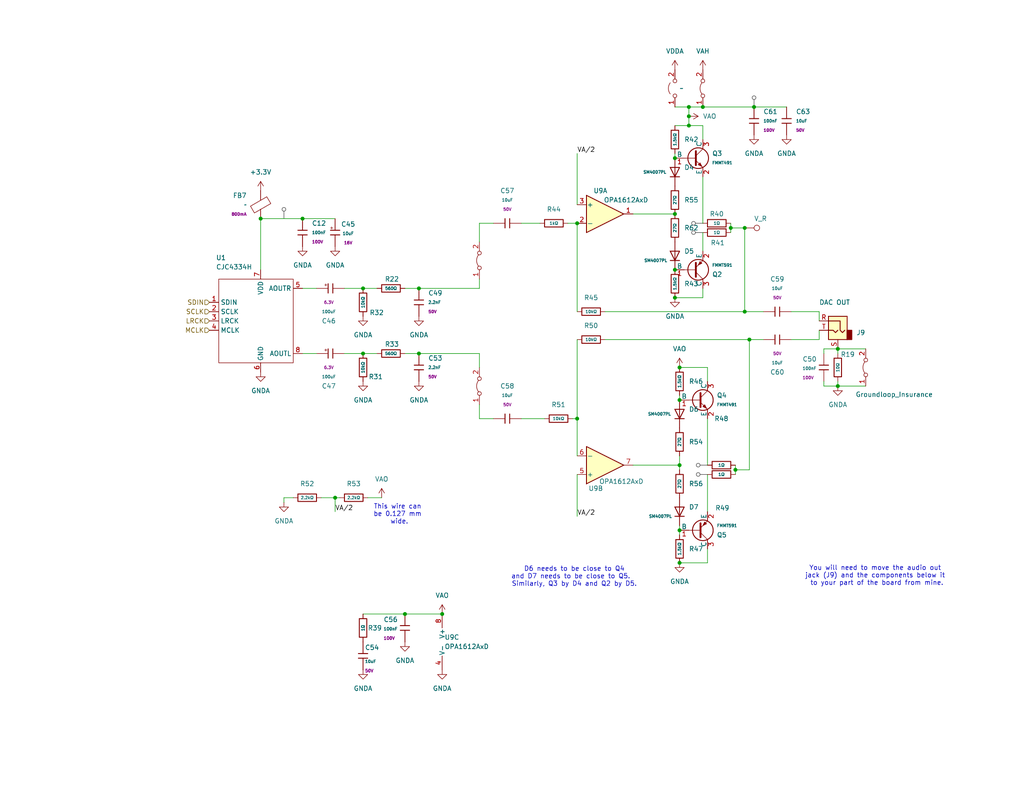
<source format=kicad_sch>
(kicad_sch (version 20250114) (generator "eeschema") (generator_version "9.0")
  (paper "A")
  (text "D6 needs to be close to Q4\nand D7 needs to be close to Q5.  \nSimilarly, Q3 by D4 and Q2 by D5." (at 156.718 157.48 0) (effects (font (size 1.27 1.27))))
  (text "This wire can \nbe 0.127 mm \nwide." (at 108.966 140.462 0) (effects (font (size 1.27 1.27))))
  (text "You will need to move the audio out \njack (J9) and the components below it \nto your part of the board from mine." (at 239.268 157.226 0) (effects (font (size 1.27 1.27))))
  (junction (at 205.74 29.21))
  (junction (at 157.48 60.96))
  (junction (at 184.15 81.28))
  (junction (at 199.39 62.23))
  (junction (at 71.12 59.69))
  (junction (at 91.44 135.89))
  (junction (at 187.96 31.75))
  (junction (at 228.6 95.25))
  (junction (at 99.06 78.74))
  (junction (at 184.15 73.66))
  (junction (at 120.65 167.64))
  (junction (at 114.3 96.52))
  (junction (at 157.48 114.3))
  (junction (at 185.42 127))
  (junction (at 185.42 144.78))
  (junction (at 204.47 92.71))
  (junction (at 203.2 85.09))
  (junction (at 82.55 59.69))
  (junction (at 184.15 58.42))
  (junction (at 99.06 96.52))
  (junction (at 187.96 34.29))
  (junction (at 200.66 128.27))
  (junction (at 110.49 167.64))
  (junction (at 185.42 109.22))
  (junction (at 114.3 78.74))
  (junction (at 185.42 100.33))
  (junction (at 191.77 29.21))
  (junction (at 203.2 62.23))
  (junction (at 184.15 43.18))
  (junction (at 185.42 153.67))
  (junction (at 228.6 105.41))
  (junction (at 187.96 29.21))
  (wire (pts (xy 165.1 92.71) (xy 204.47 92.71)))
  (wire (pts (xy 110.49 167.64) (xy 120.65 167.64)))
  (wire (pts (xy 193.04 104.14) (xy 193.04 100.33)))
  (wire (pts (xy 187.96 34.29) (xy 184.15 34.29)))
  (wire (pts (xy 172.72 58.42) (xy 184.15 58.42)))
  (wire (pts (xy 200.66 128.27) (xy 200.66 129.54)))
  (wire (pts (xy 191.77 38.1) (xy 191.77 34.29)))
  (wire (pts (xy 185.42 144.78) (xy 185.42 146.05)))
  (wire (pts (xy 157.48 124.46) (xy 157.48 114.3)))
  (wire (pts (xy 110.49 96.52) (xy 114.3 96.52)))
  (wire (pts (xy 185.42 124.46) (xy 185.42 127)))
  (wire (pts (xy 130.81 78.74) (xy 130.81 76.2)))
  (wire (pts (xy 191.77 81.28) (xy 184.15 81.28)))
  (wire (pts (xy 82.55 78.74) (xy 86.36 78.74)))
  (wire (pts (xy 215.9 92.71) (xy 223.52 92.71)))
  (wire (pts (xy 93.98 96.52) (xy 99.06 96.52)))
  (wire (pts (xy 200.66 127) (xy 200.66 128.27)))
  (wire (pts (xy 224.79 95.25) (xy 228.6 95.25)))
  (wire (pts (xy 203.2 85.09) (xy 203.2 62.23)))
  (wire (pts (xy 185.42 143.51) (xy 185.42 144.78)))
  (wire (pts (xy 130.81 96.52) (xy 130.81 100.33)))
  (wire (pts (xy 77.47 135.89) (xy 77.47 137.16)))
  (wire (pts (xy 114.3 78.74) (xy 130.81 78.74)))
  (wire (pts (xy 215.9 85.09) (xy 223.52 85.09)))
  (wire (pts (xy 204.47 92.71) (xy 208.28 92.71)))
  (wire (pts (xy 193.04 129.54) (xy 193.04 139.7)))
  (wire (pts (xy 130.81 110.49) (xy 130.81 114.3)))
  (wire (pts (xy 199.39 62.23) (xy 199.39 63.5)))
  (wire (pts (xy 93.98 78.74) (xy 99.06 78.74)))
  (wire (pts (xy 91.44 135.89) (xy 87.63 135.89)))
  (wire (pts (xy 91.44 135.89) (xy 92.71 135.89)))
  (wire (pts (xy 157.48 114.3) (xy 156.21 114.3)))
  (wire (pts (xy 191.77 78.74) (xy 191.77 81.28)))
  (wire (pts (xy 191.77 63.5) (xy 191.77 68.58)))
  (wire (pts (xy 224.79 96.52) (xy 224.79 95.25)))
  (wire (pts (xy 114.3 96.52) (xy 130.81 96.52)))
  (wire (pts (xy 223.52 85.09) (xy 223.52 87.63)))
  (wire (pts (xy 130.81 60.96) (xy 134.62 60.96)))
  (wire (pts (xy 130.81 66.04) (xy 130.81 60.96)))
  (wire (pts (xy 236.22 95.25) (xy 228.6 95.25)))
  (wire (pts (xy 99.06 78.74) (xy 102.87 78.74)))
  (wire (pts (xy 91.44 139.7) (xy 91.44 135.89)))
  (wire (pts (xy 184.15 41.91) (xy 184.15 43.18)))
  (wire (pts (xy 165.1 85.09) (xy 203.2 85.09)))
  (wire (pts (xy 99.06 167.64) (xy 110.49 167.64)))
  (wire (pts (xy 185.42 107.95) (xy 185.42 109.22)))
  (wire (pts (xy 77.47 135.89) (xy 80.01 135.89)))
  (wire (pts (xy 99.06 96.52) (xy 102.87 96.52)))
  (wire (pts (xy 191.77 60.96) (xy 191.77 48.26)))
  (wire (pts (xy 203.2 62.23) (xy 199.39 62.23)))
  (wire (pts (xy 187.96 29.21) (xy 187.96 31.75)))
  (wire (pts (xy 184.15 29.21) (xy 187.96 29.21)))
  (wire (pts (xy 157.48 129.54) (xy 157.48 140.97)))
  (wire (pts (xy 82.55 59.69) (xy 91.44 59.69)))
  (wire (pts (xy 205.74 29.21) (xy 214.63 29.21)))
  (wire (pts (xy 157.48 92.71) (xy 157.48 114.3)))
  (wire (pts (xy 157.48 60.96) (xy 157.48 85.09)))
  (wire (pts (xy 142.24 114.3) (xy 148.59 114.3)))
  (wire (pts (xy 185.42 127) (xy 185.42 128.27)))
  (wire (pts (xy 203.2 85.09) (xy 208.28 85.09)))
  (wire (pts (xy 191.77 34.29) (xy 187.96 34.29)))
  (wire (pts (xy 228.6 105.41) (xy 236.22 105.41)))
  (wire (pts (xy 110.49 78.74) (xy 114.3 78.74)))
  (wire (pts (xy 224.79 105.41) (xy 228.6 105.41)))
  (wire (pts (xy 157.48 41.91) (xy 157.48 55.88)))
  (wire (pts (xy 130.81 114.3) (xy 134.62 114.3)))
  (wire (pts (xy 172.72 127) (xy 185.42 127)))
  (wire (pts (xy 199.39 60.96) (xy 199.39 62.23)))
  (wire (pts (xy 154.94 60.96) (xy 157.48 60.96)))
  (wire (pts (xy 71.12 59.69) (xy 71.12 73.66)))
  (wire (pts (xy 82.55 96.52) (xy 86.36 96.52)))
  (wire (pts (xy 223.52 92.71) (xy 223.52 90.17)))
  (wire (pts (xy 191.77 29.21) (xy 205.74 29.21)))
  (wire (pts (xy 100.33 135.89) (xy 104.14 135.89)))
  (wire (pts (xy 193.04 149.86) (xy 193.04 153.67)))
  (wire (pts (xy 187.96 29.21) (xy 191.77 29.21)))
  (wire (pts (xy 193.04 153.67) (xy 185.42 153.67)))
  (wire (pts (xy 193.04 127) (xy 193.04 114.3)))
  (wire (pts (xy 187.96 31.75) (xy 187.96 34.29)))
  (wire (pts (xy 204.47 92.71) (xy 204.47 128.27)))
  (wire (pts (xy 228.6 104.14) (xy 228.6 105.41)))
  (wire (pts (xy 193.04 100.33) (xy 185.42 100.33)))
  (wire (pts (xy 71.12 59.69) (xy 82.55 59.69)))
  (wire (pts (xy 142.24 60.96) (xy 147.32 60.96)))
  (wire (pts (xy 228.6 96.52) (xy 228.6 95.25)))
  (wire (pts (xy 224.79 104.14) (xy 224.79 105.41)))
  (wire (pts (xy 204.47 128.27) (xy 200.66 128.27)))
  (label "VA{slash}2" (at 91.44 139.7 0))
  (label "VA{slash}2" (at 157.48 140.97 0))
  (label "VA{slash}2" (at 157.48 41.91 0))
  (hierarchical_label "MCLK" (shape input) (at 57.15 90.17 180))
  (hierarchical_label "LRCK" (shape input) (at 57.15 87.63 180))
  (hierarchical_label "SDIN" (shape input) (at 57.15 82.55 180))
  (hierarchical_label "SCLK" (shape input) (at 57.15 85.09 180))
  (netclass_flag "" (length 2.54) (shape round) (at 191.77 63.5 90) (property "Netclass" "5V0" (effects (hide yes))))
  (netclass_flag "" (length 2.54) (shape round) (at 205.74 29.21 0) (property "Netclass" "5V0" (effects (hide yes))))
  (netclass_flag "" (length 2.54) (shape round) (at 193.04 129.54 90) (property "Netclass" "5V0" (effects (hide yes))))
  (netclass_flag "" (length 2.54) (shape round) (at 191.77 60.96 90) (property "Netclass" "5V0" (effects (hide yes))))
  (netclass_flag "" (length 2.54) (shape round) (at 193.04 127 90) (property "Netclass" "5V0" (effects (hide yes))))
  (netclass_flag "" (length 2.54) (shape round) (at 77.47 59.69 0) (property "Netclass" "1V1" (effects (hide yes))))
  (symbol (lib_id "PCM_JLCPCB-Capacitors:0805,10uF,(2)") (at 214.63 33.02 0) (unit 1)
    (property "Reference" "C63" (at 217.17 30.4799 0) (effects (justify left)))
    (property "Value" "10uF" (at 217.17 33.02 0) (effects (font (size 0.8 0.8)) (justify left)))
    (property "Footprint" "PCM_JLCPCB:C_0805" (effects (hide yes)))
    (property "Datasheet" "https://www.lcsc.com/datasheet/lcsc_datasheet_2411041759_Murata-Electronics-GRM21BR61H106KE43L_C440198.pdf" (effects (hide yes)))
    (property "Description" "50V 10uF X5R ±10% 0805 Multilayer Ceramic Capacitors MLCC - SMD/SMT ROHS" (effects (hide yes)))
    (property "LCSC" "C440198" (effects (hide yes)))
    (property "Stock" "1422246" (effects (hide yes)))
    (property "Price" "0.066USD" (effects (hide yes)))
    (property "Process" "SMT" (effects (hide yes)))
    (property "Minimum Qty" "5" (effects (hide yes)))
    (property "Attrition Qty" "4" (effects (hide yes)))
    (property "Class" "Basic Component" (effects (hide yes)))
    (property "Category" "Capacitors,Multilayer Ceramic Capacitors MLCC - SMD/SMT" (effects (hide yes)))
    (property "Manufacturer" "Murata Electronics" (effects (hide yes)))
    (property "Part" "GRM21BR61H106KE43L" (effects (hide yes)))
    (property "Voltage Rated" "50V" (at 217.17 35.56 0) (effects (font (size 0.8 0.8)) (justify left)))
    (property "Tolerance" "±10%" (effects (hide yes)))
    (property "Capacitance" "10uF" (effects (hide yes)))
    (property "Temperature Coefficient" "X5R" (effects (hide yes)))
  )
  (symbol (lib_id "Jumper:Jumper_2_Open") (at 184.15 24.13 90) (unit 1)
    (property "Reference" "JP3" (effects (hide yes)))
    (property "Value" "~" (at 185.42 24.1299 90) (effects (justify right)))
    (property "Footprint" "Jumper:SolderJumper-2_P1.3mm_Open_RoundedPad1.0x1.5mm" (effects (hide yes)))
  )
  (symbol (lib_id "PCM_JLCPCB-Resistors:0805,1Ω") (at 196.85 129.54 90) (unit 1)
    (property "Reference" "R49" (at 197.104 138.684 90))
    (property "Value" "1Ω" (at 196.85 129.54 90) (effects (font (size 0.8 0.8))))
    (property "Footprint" "PCM_JLCPCB:R_0805" (effects (hide yes)))
    (property "Datasheet" "https://www.lcsc.com/datasheet/lcsc_datasheet_2205311845_UNI-ROYAL-Uniroyal-Elec-0805W8F100KT5E_C25271.pdf" (effects (hide yes)))
    (property "Description" "125mW Thick Film Resistors 150V ±1% ±400ppm/°C 1Ω 0805 Chip Resistor - Surface Mount ROHS" (effects (hide yes)))
    (property "LCSC" "C25271" (effects (hide yes)))
    (property "Stock" "413540" (effects (hide yes)))
    (property "Price" "0.006USD" (effects (hide yes)))
    (property "Process" "SMT" (effects (hide yes)))
    (property "Minimum Qty" "20" (effects (hide yes)))
    (property "Attrition Qty" "10" (effects (hide yes)))
    (property "Class" "Basic Component" (effects (hide yes)))
    (property "Category" "Resistors,Chip Resistor - Surface Mount" (effects (hide yes)))
    (property "Manufacturer" "UNI-ROYAL(Uniroyal Elec)" (effects (hide yes)))
    (property "Part" "0805W8F100KT5E" (effects (hide yes)))
    (property "Resistance" "1Ω" (effects (hide yes)))
    (property "Power(Watts)" "125mW" (effects (hide yes)))
    (property "Type" "Thick Film Resistors" (effects (hide yes)))
    (property "Overload Voltage (Max)" "150V" (effects (hide yes)))
    (property "Operating Temperature Range" "-55°C~+155°C" (effects (hide yes)))
    (property "Tolerance" "±1%" (effects (hide yes)))
    (property "Temperature Coefficient" "±400ppm/°C" (effects (hide yes)))
  )
  (symbol (lib_name "Jumper_2_Bridged_1") (lib_id "Jumper:Jumper_2_Bridged") (at 236.22 100.33 90) (unit 1)
    (property "Reference" "e3" (effects (hide yes)))
    (property "Value" "Groundloop_Insurance" (at 233.426 107.696 90) (effects (justify right)))
    (property "Footprint" "Jumper:SolderJumper-2_P1.3mm_Bridged_RoundedPad1.0x1.5mm" (effects (hide yes)))
    (property "Description" "Jumper, 2-pole, closed/bridged" (effects (hide yes)))
  )
  (symbol (lib_id "PCM_JLCPCB-Resistors:0805,1kΩ") (at 151.13 60.96 270) (unit 1)
    (property "Reference" "R44" (at 151.13 57.15 90))
    (property "Value" "1kΩ" (at 151.13 60.96 90) (effects (font (size 0.8 0.8))))
    (property "Footprint" "PCM_JLCPCB:R_0805" (effects (hide yes)))
    (property "Datasheet" "https://www.lcsc.com/datasheet/lcsc_datasheet_2205311800_UNI-ROYAL-Uniroyal-Elec-0805W8F1001T5E_C17513.pdf" (effects (hide yes)))
    (property "Description" "125mW Thick Film Resistors 150V ±100ppm/°C ±1% 1kΩ 0805 Chip Resistor - Surface Mount ROHS" (effects (hide yes)))
    (property "LCSC" "C17513" (effects (hide yes)))
    (property "Stock" "7431283" (effects (hide yes)))
    (property "Price" "0.005USD" (effects (hide yes)))
    (property "Process" "SMT" (effects (hide yes)))
    (property "Minimum Qty" "20" (effects (hide yes)))
    (property "Attrition Qty" "10" (effects (hide yes)))
    (property "Class" "Basic Component" (effects (hide yes)))
    (property "Category" "Resistors,Chip Resistor - Surface Mount" (effects (hide yes)))
    (property "Manufacturer" "UNI-ROYAL(Uniroyal Elec)" (effects (hide yes)))
    (property "Part" "0805W8F1001T5E" (effects (hide yes)))
    (property "Resistance" "1kΩ" (effects (hide yes)))
    (property "Power(Watts)" "125mW" (effects (hide yes)))
    (property "Type" "Thick Film Resistors" (effects (hide yes)))
    (property "Overload Voltage (Max)" "150V" (effects (hide yes)))
    (property "Operating Temperature Range" "-55°C~+155°C" (effects (hide yes)))
    (property "Tolerance" "±1%" (effects (hide yes)))
    (property "Temperature Coefficient" "±100ppm/°C" (effects (hide yes)))
  )
  (symbol (lib_id "PCM_JLCPCB-Capacitors:0805,10uF,(2)") (at 212.09 92.71 90) (mirror x) (unit 1)
    (property "Reference" "C60" (at 212.09 101.6 90))
    (property "Value" "10uF" (at 212.09 99.06 90) (effects (font (size 0.8 0.8))))
    (property "Footprint" "PCM_JLCPCB:C_0805" (effects (hide yes)))
    (property "Datasheet" "https://www.lcsc.com/datasheet/lcsc_datasheet_2411041759_Murata-Electronics-GRM21BR61H106KE43L_C440198.pdf" (effects (hide yes)))
    (property "Description" "50V 10uF X5R ±10% 0805 Multilayer Ceramic Capacitors MLCC - SMD/SMT ROHS" (effects (hide yes)))
    (property "LCSC" "C440198" (effects (hide yes)))
    (property "Stock" "1422246" (effects (hide yes)))
    (property "Price" "0.066USD" (effects (hide yes)))
    (property "Process" "SMT" (effects (hide yes)))
    (property "Minimum Qty" "5" (effects (hide yes)))
    (property "Attrition Qty" "4" (effects (hide yes)))
    (property "Class" "Basic Component" (effects (hide yes)))
    (property "Category" "Capacitors,Multilayer Ceramic Capacitors MLCC - SMD/SMT" (effects (hide yes)))
    (property "Manufacturer" "Murata Electronics" (effects (hide yes)))
    (property "Part" "GRM21BR61H106KE43L" (effects (hide yes)))
    (property "Voltage Rated" "50V" (at 212.09 96.52 90) (effects (font (size 0.8 0.8))))
    (property "Tolerance" "±10%" (effects (hide yes)))
    (property "Capacitance" "10uF" (effects (hide yes)))
    (property "Temperature Coefficient" "X5R" (effects (hide yes)))
  )
  (symbol (lib_id "power:GNDA") (at 99.06 86.36 0) (unit 1)
    (property "Reference" "#PWR077" (effects (hide yes)))
    (property "Value" "GNDA" (at 99.06 91.44 0))
  )
  (symbol (lib_id "PCM_JLCPCB-Resistors:0805,27Ω") (at 184.15 54.61 0) (unit 1)
    (property "Reference" "R55" (at 186.69 54.6099 0) (effects (justify left)))
    (property "Value" "27Ω" (at 184.15 54.61 90) (effects (font (size 0.8 0.8))))
    (property "Footprint" "PCM_JLCPCB:R_0805" (effects (hide yes)))
    (property "Datasheet" "https://www.lcsc.com/datasheet/lcsc_datasheet_2206010200_UNI-ROYAL-Uniroyal-Elec-0805W8F270JT5E_C17594.pdf" (effects (hide yes)))
    (property "Description" "125mW Thick Film Resistors 150V ±100ppm/°C ±1% 27Ω 0805 Chip Resistor - Surface Mount ROHS" (effects (hide yes)))
    (property "LCSC" "C17594" (effects (hide yes)))
    (property "Stock" "157013" (effects (hide yes)))
    (property "Price" "0.005USD" (effects (hide yes)))
    (property "Process" "SMT" (effects (hide yes)))
    (property "Minimum Qty" "20" (effects (hide yes)))
    (property "Attrition Qty" "10" (effects (hide yes)))
    (property "Class" "Preferred Component" (effects (hide yes)))
    (property "Category" "Resistors,Chip Resistor - Surface Mount" (effects (hide yes)))
    (property "Manufacturer" "UNI-ROYAL(Uniroyal Elec)" (effects (hide yes)))
    (property "Part" "0805W8F270JT5E" (effects (hide yes)))
    (property "Resistance" "27Ω" (effects (hide yes)))
    (property "Power(Watts)" "125mW" (effects (hide yes)))
    (property "Type" "Thick Film Resistors" (effects (hide yes)))
    (property "Overload Voltage (Max)" "150V" (effects (hide yes)))
    (property "Operating Temperature Range" "-55°C~+155°C" (effects (hide yes)))
    (property "Tolerance" "±1%" (effects (hide yes)))
    (property "Temperature Coefficient" "±100ppm/°C" (effects (hide yes)))
  )
  (symbol (lib_id "power:VDDA") (at 104.14 135.89 0) (unit 1)
    (property "Reference" "#PWR092" (effects (hide yes)))
    (property "Value" "VAO" (at 104.14 130.81 0))
  )
  (symbol (lib_id "PCM_JLCPCB-Capacitors:0805,100nF") (at 224.79 100.33 180) (unit 1)
    (property "Reference" "C50" (at 218.948 98.0439 0) (effects (justify right)))
    (property "Value" "100nF" (at 218.948 100.584 0) (effects (font (size 0.8 0.8)) (justify right)))
    (property "Footprint" "PCM_JLCPCB:C_0805" (effects (hide yes)))
    (property "Datasheet" "https://www.lcsc.com/datasheet/lcsc_datasheet_2304140030_Samsung-Electro-Mechanics-CL21B104KCFNNNE_C28233.pdf" (effects (hide yes)))
    (property "Description" "100V 100nF X7R ±10% 0805 Multilayer Ceramic Capacitors MLCC - SMD/SMT ROHS" (effects (hide yes)))
    (property "LCSC" "C28233" (effects (hide yes)))
    (property "Stock" "1168020" (effects (hide yes)))
    (property "Price" "0.009USD" (effects (hide yes)))
    (property "Process" "SMT" (effects (hide yes)))
    (property "Minimum Qty" "20" (effects (hide yes)))
    (property "Attrition Qty" "10" (effects (hide yes)))
    (property "Class" "Basic Component" (effects (hide yes)))
    (property "Category" "Capacitors,Multilayer Ceramic Capacitors MLCC - SMD/SMT" (effects (hide yes)))
    (property "Manufacturer" "Samsung Electro-Mechanics" (effects (hide yes)))
    (property "Part" "CL21B104KCFNNNE" (effects (hide yes)))
    (property "Voltage Rated" "100V" (at 218.948 103.124 0) (effects (font (size 0.8 0.8)) (justify right)))
    (property "Tolerance" "±10%" (effects (hide yes)))
    (property "Capacitance" "100nF" (effects (hide yes)))
    (property "Temperature Coefficient" "X7R" (effects (hide yes)))
  )
  (symbol (lib_id "Connector_Audio:AudioJack2_Ground") (at 228.6 90.17 0) (mirror y) (unit 1)
    (property "Reference" "J9" (at 233.68 90.805 0) (effects (justify right)))
    (property "Value" "DAC OUT" (at 223.52 82.55 0) (effects (justify right)))
    (property "Footprint" "Intro_to_CAD:Jack_3.5mm_CUI_SJ-3523-SMT_Horizontal" (effects (hide yes)))
    (property "Datasheet" "https://www.lcsc.com/datasheet/lcsc_datasheet_1811132022_BOOMELE-Boom-Precision-Elec-PJ-320B_C18594.pdf" (effects (hide yes)))
    (property "LCSC" "C18594" (effects (hide yes)))
  )
  (symbol (lib_id "power:GNDA") (at 114.3 104.14 0) (unit 1)
    (property "Reference" "#PWR045" (effects (hide yes)))
    (property "Value" "GNDA" (at 114.3 109.22 0))
  )
  (symbol (lib_id "Amplifier_Operational:OPA1612AxD") (at 165.1 58.42 0) (unit 1)
    (property "Reference" "U9" (at 163.83 52.07 0))
    (property "Value" "OPA1612AxD" (at 170.815 54.61 0))
    (property "Footprint" "Package_SO:SOIC-8_3.9x4.9mm_P1.27mm" (effects (hide yes)))
    (property "Datasheet" "http://www.ti.com/lit/ds/symlink/opa1612.pdf" (effects (hide yes)))
    (property "Description" "Dual SoundPlus High Performance, Bipolar-Input Audio Operational Amplifiers, SOIC-8" (effects (hide yes)))
    (property "LCSC" "C94590" (effects (hide yes)))
    (property "JLC" "Extended" (effects (hide yes)))
    (property "JLCPCB Rotation Offset" "-90" (effects (hide yes)))
  )
  (symbol (lib_id "power:GNDA") (at 71.12 101.6 0) (unit 1)
    (property "Reference" "#PWR071" (effects (hide yes)))
    (property "Value" "GNDA" (at 71.12 106.68 0))
  )
  (symbol (lib_id "PCM_JLCPCB-Capacitors:0805,10uF,(2)") (at 138.43 114.3 90) (unit 1)
    (property "Reference" "C58" (at 138.43 105.41 90))
    (property "Value" "10uF" (at 138.43 107.95 90) (effects (font (size 0.8 0.8))))
    (property "Footprint" "PCM_JLCPCB:C_0805" (effects (hide yes)))
    (property "Datasheet" "https://www.lcsc.com/datasheet/lcsc_datasheet_2411041759_Murata-Electronics-GRM21BR61H106KE43L_C440198.pdf" (effects (hide yes)))
    (property "Description" "50V 10uF X5R ±10% 0805 Multilayer Ceramic Capacitors MLCC - SMD/SMT ROHS" (effects (hide yes)))
    (property "LCSC" "C440198" (effects (hide yes)))
    (property "Stock" "1422246" (effects (hide yes)))
    (property "Price" "0.066USD" (effects (hide yes)))
    (property "Process" "SMT" (effects (hide yes)))
    (property "Minimum Qty" "5" (effects (hide yes)))
    (property "Attrition Qty" "4" (effects (hide yes)))
    (property "Class" "Basic Component" (effects (hide yes)))
    (property "Category" "Capacitors,Multilayer Ceramic Capacitors MLCC - SMD/SMT" (effects (hide yes)))
    (property "Manufacturer" "Murata Electronics" (effects (hide yes)))
    (property "Part" "GRM21BR61H106KE43L" (effects (hide yes)))
    (property "Voltage Rated" "50V" (at 138.43 110.49 90) (effects (font (size 0.8 0.8))))
    (property "Tolerance" "±10%" (effects (hide yes)))
    (property "Capacitance" "10uF" (effects (hide yes)))
    (property "Temperature Coefficient" "X5R" (effects (hide yes)))
  )
  (symbol (lib_id "power:GNDA") (at 99.06 182.88 0) (unit 1)
    (property "Reference" "#PWR083" (effects (hide yes)))
    (property "Value" "GNDA" (at 99.06 187.96 0))
  )
  (symbol (lib_id "power:GNDA") (at 82.55 67.31 0) (unit 1)
    (property "Reference" "#PWR073" (effects (hide yes)))
    (property "Value" "GNDA" (at 82.55 72.39 0))
  )
  (symbol (lib_id "power:GNDA") (at 214.63 36.83 0) (unit 1)
    (property "Reference" "#PWR097" (effects (hide yes)))
    (property "Value" "GNDA" (at 214.63 41.91 0))
  )
  (symbol (lib_id "power:GNDA") (at 185.42 153.67 0) (unit 1)
    (property "Reference" "#PWR090" (effects (hide yes)))
    (property "Value" "GNDA" (at 185.42 158.75 0))
  )
  (symbol (lib_name "Jumper_2_Bridged_1") (lib_id "Jumper:Jumper_2_Bridged") (at 130.81 105.41 90) (unit 1)
    (property "Reference" "e7" (effects (hide yes)))
    (property "Footprint" "Jumper:SolderJumper-2_P1.3mm_Bridged_RoundedPad1.0x1.5mm" (effects (hide yes)))
    (property "Description" "Jumper, 2-pole, closed/bridged" (effects (hide yes)))
  )
  (symbol (lib_id "PCM_JLCPCB-Resistors:0805,1.5kΩ") (at 184.15 77.47 0) (unit 1)
    (property "Reference" "R43" (at 186.69 77.4699 0) (effects (justify left)))
    (property "Value" "1.5kΩ" (at 184.15 77.47 90) (effects (font (size 0.8 0.8))))
    (property "Footprint" "PCM_JLCPCB:R_0805" (effects (hide yes)))
    (property "Datasheet" "https://www.lcsc.com/datasheet/lcsc_datasheet_2206010216_UNI-ROYAL-Uniroyal-Elec-0805W8F1501T5E_C4310.pdf" (effects (hide yes)))
    (property "Description" "125mW Thick Film Resistors 150V ±100ppm/°C ±1% 1.5kΩ 0805 Chip Resistor - Surface Mount ROHS" (effects (hide yes)))
    (property "LCSC" "C4310" (effects (hide yes)))
    (property "Stock" "447558" (effects (hide yes)))
    (property "Price" "0.005USD" (effects (hide yes)))
    (property "Process" "SMT" (effects (hide yes)))
    (property "Minimum Qty" "20" (effects (hide yes)))
    (property "Attrition Qty" "10" (effects (hide yes)))
    (property "Class" "Basic Component" (effects (hide yes)))
    (property "Category" "Resistors,Chip Resistor - Surface Mount" (effects (hide yes)))
    (property "Manufacturer" "UNI-ROYAL(Uniroyal Elec)" (effects (hide yes)))
    (property "Part" "0805W8F1501T5E" (effects (hide yes)))
    (property "Resistance" "1.5kΩ" (effects (hide yes)))
    (property "Power(Watts)" "125mW" (effects (hide yes)))
    (property "Type" "Thick Film Resistors" (effects (hide yes)))
    (property "Overload Voltage (Max)" "150V" (effects (hide yes)))
    (property "Operating Temperature Range" "-55°C~+155°C" (effects (hide yes)))
    (property "Tolerance" "±1%" (effects (hide yes)))
    (property "Temperature Coefficient" "±100ppm/°C" (effects (hide yes)))
  )
  (symbol (lib_id "PCM_JLCPCB-Capacitors:CASE-B-3528-21(mm),100uF") (at 90.17 96.52 90) (mirror x) (unit 1)
    (property "Reference" "C47" (at 89.7255 105.41 90))
    (property "Value" "100uF" (at 89.7255 102.87 90) (effects (font (size 0.8 0.8))))
    (property "Footprint" "PCM_JLCPCB:C_CASE-B-3528-21(mm)" (effects (hide yes)))
    (property "Datasheet" "https://www.lcsc.com/datasheet/lcsc_datasheet_2111161030_Kyocera-AVX-TAJB107K006RNJ_C16133.pdf" (effects (hide yes)))
    (property "Description" "100uF 6.3V 1.7Ω@100kHz ±10% CASE-B-3528-21(mm) Tantalum Capacitors ROHS" (effects (hide yes)))
    (property "LCSC" "C16133" (effects (hide yes)))
    (property "Stock" "294947" (effects (hide yes)))
    (property "Price" "0.161USD" (effects (hide yes)))
    (property "Process" "SMT" (effects (hide yes)))
    (property "Minimum Qty" "5" (effects (hide yes)))
    (property "Attrition Qty" "2" (effects (hide yes)))
    (property "Class" "Basic Component" (effects (hide yes)))
    (property "Category" "Capacitors,Tantalum Capacitors" (effects (hide yes)))
    (property "Manufacturer" "AVX" (effects (hide yes)))
    (property "Part" "TAJB107K006RNJ" (effects (hide yes)))
    (property "Operating Temperature" "-55°C~+125°C" (effects (hide yes)))
    (property "Equivalent Series Resistance(ESR)" "1.7Ω@100kHz" (effects (hide yes)))
    (property "Tolerance" "±10%" (effects (hide yes)))
    (property "Capacitance" "100uF" (effects (hide yes)))
    (property "Rated Voltage" "6.3V" (at 89.7255 100.33 90) (effects (font (size 0.8 0.8))))
  )
  (symbol (lib_id "power:GNDA") (at 91.44 67.31 0) (unit 1)
    (property "Reference" "#PWR074" (effects (hide yes)))
    (property "Value" "GNDA" (at 91.44 72.39 0))
  )
  (symbol (lib_id "PCM_JLCPCB-Diodes:General,SM4007PL") (at 185.42 113.03 0) (unit 1)
    (property "Reference" "D6" (at 187.96 111.7599 0) (effects (justify left)))
    (property "Value" "SM4007PL" (at 176.784 113.03 0) (effects (font (size 0.8 0.8)) (justify left)))
    (property "Footprint" "PCM_JLCPCB:D_SOD-123FL" (effects (hide yes)))
    (property "Datasheet" "https://www.lcsc.com/datasheet/lcsc_datasheet_2407101127_MDD-Microdiode-Semiconductor-SM4007PL_C64898.pdf" (effects (hide yes)))
    (property "Description" "1A Independent Type 1kV 1.1V@1A SOD-123FL Diodes - General Purpose ROHS" (effects (hide yes)))
    (property "LCSC" "C64898" (effects (hide yes)))
    (property "Stock" "1102945" (effects (hide yes)))
    (property "Price" "0.009USD" (effects (hide yes)))
    (property "Process" "SMT" (effects (hide yes)))
    (property "Minimum Qty" "20" (effects (hide yes)))
    (property "Attrition Qty" "10" (effects (hide yes)))
    (property "Class" "Basic Component" (effects (hide yes)))
    (property "Category" "Diodes,Diodes - General Purpose" (effects (hide yes)))
    (property "Manufacturer" "MDD（Microdiode Electronics）" (effects (hide yes)))
    (property "Part" "SM4007PL" (effects (hide yes)))
    (property "Rectified Current" "1A" (effects (hide yes)))
    (property "Forward Voltage (Vf@If)" "1.1V@1A" (effects (hide yes)))
    (property "Reverse Voltage (Vr)" "1kV" (effects (hide yes)))
    (property "Diode Configuration" "Independent Type" (effects (hide yes)))
    (property "Reverse Leakage Current" "10uA@1kV" (effects (hide yes)))
  )
  (symbol (lib_id "PCM_JLCPCB-Resistors:0805,1Ω") (at 99.06 171.45 0) (unit 1)
    (property "Reference" "R39" (at 100.33 171.45 0) (effects (justify left)))
    (property "Value" "1Ω" (at 99.06 171.45 90) (effects (font (size 0.8 0.8))))
    (property "Footprint" "PCM_JLCPCB:R_0805" (effects (hide yes)))
    (property "Datasheet" "https://www.lcsc.com/datasheet/lcsc_datasheet_2205311845_UNI-ROYAL-Uniroyal-Elec-0805W8F100KT5E_C25271.pdf" (effects (hide yes)))
    (property "Description" "125mW Thick Film Resistors 150V ±1% ±400ppm/°C 1Ω 0805 Chip Resistor - Surface Mount ROHS" (effects (hide yes)))
    (property "LCSC" "C25271" (effects (hide yes)))
    (property "Stock" "413540" (effects (hide yes)))
    (property "Price" "0.006USD" (effects (hide yes)))
    (property "Process" "SMT" (effects (hide yes)))
    (property "Minimum Qty" "20" (effects (hide yes)))
    (property "Attrition Qty" "10" (effects (hide yes)))
    (property "Class" "Basic Component" (effects (hide yes)))
    (property "Category" "Resistors,Chip Resistor - Surface Mount" (effects (hide yes)))
    (property "Manufacturer" "UNI-ROYAL(Uniroyal Elec)" (effects (hide yes)))
    (property "Part" "0805W8F100KT5E" (effects (hide yes)))
    (property "Resistance" "1Ω" (effects (hide yes)))
    (property "Power(Watts)" "125mW" (effects (hide yes)))
    (property "Type" "Thick Film Resistors" (effects (hide yes)))
    (property "Overload Voltage (Max)" "150V" (effects (hide yes)))
    (property "Operating Temperature Range" "-55°C~+155°C" (effects (hide yes)))
    (property "Tolerance" "±1%" (effects (hide yes)))
    (property "Temperature Coefficient" "±400ppm/°C" (effects (hide yes)))
  )
  (symbol (lib_id "PCM_JLCPCB-Resistors:0805,560Ω") (at 106.68 96.52 90) (unit 1)
    (property "Reference" "R33" (at 106.934 93.98 90))
    (property "Value" "560Ω" (at 106.68 96.52 90) (effects (font (size 0.8 0.8))))
    (property "Footprint" "PCM_JLCPCB:R_0805" (effects (hide yes)))
    (property "Datasheet" "https://www.lcsc.com/datasheet/lcsc_datasheet_2206010030_UNI-ROYAL-Uniroyal-Elec-0805W8F5600T5E_C28636.pdf" (effects (hide yes)))
    (property "Description" "125mW Thick Film Resistors 150V ±100ppm/°C ±1% 560Ω 0805 Chip Resistor - Surface Mount ROHS" (effects (hide yes)))
    (property "LCSC" "C28636" (effects (hide yes)))
    (property "Stock" "185663" (effects (hide yes)))
    (property "Price" "0.005USD" (effects (hide yes)))
    (property "Process" "SMT" (effects (hide yes)))
    (property "Minimum Qty" "20" (effects (hide yes)))
    (property "Attrition Qty" "10" (effects (hide yes)))
    (property "Class" "Basic Component" (effects (hide yes)))
    (property "Category" "Resistors,Chip Resistor - Surface Mount" (effects (hide yes)))
    (property "Manufacturer" "UNI-ROYAL(Uniroyal Elec)" (effects (hide yes)))
    (property "Part" "0805W8F5600T5E" (effects (hide yes)))
    (property "Resistance" "560Ω" (effects (hide yes)))
    (property "Power(Watts)" "125mW" (effects (hide yes)))
    (property "Type" "Thick Film Resistors" (effects (hide yes)))
    (property "Overload Voltage (Max)" "150V" (effects (hide yes)))
    (property "Operating Temperature Range" "-55°C~+155°C" (effects (hide yes)))
    (property "Tolerance" "±1%" (effects (hide yes)))
    (property "Temperature Coefficient" "±100ppm/°C" (effects (hide yes)))
  )
  (symbol (lib_id "power:VDDA") (at 185.42 100.33 0) (unit 1)
    (property "Reference" "#PWR089" (effects (hide yes)))
    (property "Value" "VAO" (at 185.42 95.25 0))
  )
  (symbol (lib_id "power:GNDA") (at 110.49 175.26 0) (unit 1)
    (property "Reference" "#PWR084" (effects (hide yes)))
    (property "Value" "GNDA" (at 110.49 180.34 0))
  )
  (symbol (lib_id "PCM_JLCPCB-Diodes:General,SM4007PL") (at 185.42 139.7 0) (unit 1)
    (property "Reference" "D7" (at 187.96 138.4299 0) (effects (justify left)))
    (property "Value" "SM4007PL" (at 177.038 140.97 0) (effects (font (size 0.8 0.8)) (justify left)))
    (property "Footprint" "PCM_JLCPCB:D_SOD-123FL" (effects (hide yes)))
    (property "Datasheet" "https://www.lcsc.com/datasheet/lcsc_datasheet_2407101127_MDD-Microdiode-Semiconductor-SM4007PL_C64898.pdf" (effects (hide yes)))
    (property "Description" "1A Independent Type 1kV 1.1V@1A SOD-123FL Diodes - General Purpose ROHS" (effects (hide yes)))
    (property "LCSC" "C64898" (effects (hide yes)))
    (property "Stock" "1102945" (effects (hide yes)))
    (property "Price" "0.009USD" (effects (hide yes)))
    (property "Process" "SMT" (effects (hide yes)))
    (property "Minimum Qty" "20" (effects (hide yes)))
    (property "Attrition Qty" "10" (effects (hide yes)))
    (property "Class" "Basic Component" (effects (hide yes)))
    (property "Category" "Diodes,Diodes - General Purpose" (effects (hide yes)))
    (property "Manufacturer" "MDD（Microdiode Electronics）" (effects (hide yes)))
    (property "Part" "SM4007PL" (effects (hide yes)))
    (property "Rectified Current" "1A" (effects (hide yes)))
    (property "Forward Voltage (Vf@If)" "1.1V@1A" (effects (hide yes)))
    (property "Reverse Voltage (Vr)" "1kV" (effects (hide yes)))
    (property "Diode Configuration" "Independent Type" (effects (hide yes)))
    (property "Reverse Leakage Current" "10uA@1kV" (effects (hide yes)))
  )
  (symbol (lib_id "PCM_JLCPCB-Resistors:0805,10kΩ") (at 99.06 82.55 0) (unit 1)
    (property "Reference" "R32" (at 100.838 85.344 0) (effects (justify left)))
    (property "Value" "10kΩ" (at 99.06 82.55 90) (effects (font (size 0.8 0.8))))
    (property "Footprint" "PCM_JLCPCB:R_0805" (effects (hide yes)))
    (property "Datasheet" "https://www.lcsc.com/datasheet/lcsc_datasheet_2411221126_UNI-ROYAL-Uniroyal-Elec-0805W8F1002T5E_C17414.pdf" (effects (hide yes)))
    (property "Description" "125mW Thick Film Resistors 150V ±100ppm/°C ±1% 10kΩ 0805 Chip Resistor - Surface Mount ROHS" (effects (hide yes)))
    (property "LCSC" "C17414" (effects (hide yes)))
    (property "Stock" "12301172" (effects (hide yes)))
    (property "Price" "0.005USD" (effects (hide yes)))
    (property "Process" "SMT" (effects (hide yes)))
    (property "Minimum Qty" "20" (effects (hide yes)))
    (property "Attrition Qty" "10" (effects (hide yes)))
    (property "Class" "Basic Component" (effects (hide yes)))
    (property "Category" "Resistors,Chip Resistor - Surface Mount" (effects (hide yes)))
    (property "Manufacturer" "UNI-ROYAL(Uniroyal Elec)" (effects (hide yes)))
    (property "Part" "0805W8F1002T5E" (effects (hide yes)))
    (property "Resistance" "10kΩ" (effects (hide yes)))
    (property "Power(Watts)" "125mW" (effects (hide yes)))
    (property "Type" "Thick Film Resistors" (effects (hide yes)))
    (property "Overload Voltage (Max)" "150V" (effects (hide yes)))
    (property "Operating Temperature Range" "-55°C~+155°C" (effects (hide yes)))
    (property "Tolerance" "±1%" (effects (hide yes)))
    (property "Temperature Coefficient" "±100ppm/°C" (effects (hide yes)))
  )
  (symbol (lib_id "power:GNDA") (at 99.06 104.14 0) (unit 1)
    (property "Reference" "#PWR078" (effects (hide yes)))
    (property "Value" "GNDA" (at 99.06 109.22 0))
  )
  (symbol (lib_id "PCM_JLCPCB-Resistors:0805,10kΩ") (at 99.06 100.33 0) (unit 1)
    (property "Reference" "R31" (at 100.584 102.87 0) (effects (justify left)))
    (property "Value" "10kΩ" (at 99.06 100.33 90) (effects (font (size 0.8 0.8))))
    (property "Footprint" "PCM_JLCPCB:R_0805" (effects (hide yes)))
    (property "Datasheet" "https://www.lcsc.com/datasheet/lcsc_datasheet_2411221126_UNI-ROYAL-Uniroyal-Elec-0805W8F1002T5E_C17414.pdf" (effects (hide yes)))
    (property "Description" "125mW Thick Film Resistors 150V ±100ppm/°C ±1% 10kΩ 0805 Chip Resistor - Surface Mount ROHS" (effects (hide yes)))
    (property "LCSC" "C17414" (effects (hide yes)))
    (property "Stock" "12301172" (effects (hide yes)))
    (property "Price" "0.005USD" (effects (hide yes)))
    (property "Process" "SMT" (effects (hide yes)))
    (property "Minimum Qty" "20" (effects (hide yes)))
    (property "Attrition Qty" "10" (effects (hide yes)))
    (property "Class" "Basic Component" (effects (hide yes)))
    (property "Category" "Resistors,Chip Resistor - Surface Mount" (effects (hide yes)))
    (property "Manufacturer" "UNI-ROYAL(Uniroyal Elec)" (effects (hide yes)))
    (property "Part" "0805W8F1002T5E" (effects (hide yes)))
    (property "Resistance" "10kΩ" (effects (hide yes)))
    (property "Power(Watts)" "125mW" (effects (hide yes)))
    (property "Type" "Thick Film Resistors" (effects (hide yes)))
    (property "Overload Voltage (Max)" "150V" (effects (hide yes)))
    (property "Operating Temperature Range" "-55°C~+155°C" (effects (hide yes)))
    (property "Tolerance" "±1%" (effects (hide yes)))
    (property "Temperature Coefficient" "±100ppm/°C" (effects (hide yes)))
  )
  (symbol (lib_id "PCM_JLCPCB-Capacitors:0805,2.2nF") (at 114.3 100.33 0) (unit 1)
    (property "Reference" "C53" (at 116.84 97.7899 0) (effects (justify left)))
    (property "Value" "2.2nF" (at 116.84 100.33 0) (effects (font (size 0.8 0.8)) (justify left)))
    (property "Footprint" "PCM_JLCPCB:C_0805" (effects (hide yes)))
    (property "Datasheet" "https://www.lcsc.com/datasheet/lcsc_datasheet_2304140030_Samsung-Electro-Mechanics-CL21C222JBFNNNE_C28260.pdf" (effects (hide yes)))
    (property "Description" "50V 2.2nF C0G ±5% 0805 Multilayer Ceramic Capacitors MLCC - SMD/SMT ROHS" (effects (hide yes)))
    (property "LCSC" "C28260" (effects (hide yes)))
    (property "Stock" "107552" (effects (hide yes)))
    (property "Price" "0.033USD" (effects (hide yes)))
    (property "Process" "SMT" (effects (hide yes)))
    (property "Minimum Qty" "5" (effects (hide yes)))
    (property "Attrition Qty" "4" (effects (hide yes)))
    (property "Class" "Basic Component" (effects (hide yes)))
    (property "Category" "Capacitors,Multilayer Ceramic Capacitors MLCC - SMD/SMT" (effects (hide yes)))
    (property "Manufacturer" "Samsung Electro-Mechanics" (effects (hide yes)))
    (property "Part" "CL21C222JBFNNNE" (effects (hide yes)))
    (property "Voltage Rated" "50V" (at 116.84 102.87 0) (effects (font (size 0.8 0.8)) (justify left)))
    (property "Tolerance" "±5%" (effects (hide yes)))
    (property "Capacitance" "2.2nF" (effects (hide yes)))
    (property "Temperature Coefficient" "C0G" (effects (hide yes)))
  )
  (symbol (lib_id "PCM_JLCPCB-Capacitors:0805,10uF,(2)") (at 212.09 85.09 90) (unit 1)
    (property "Reference" "C59" (at 212.09 76.2 90))
    (property "Value" "10uF" (at 212.09 78.74 90) (effects (font (size 0.8 0.8))))
    (property "Footprint" "PCM_JLCPCB:C_0805" (effects (hide yes)))
    (property "Datasheet" "https://www.lcsc.com/datasheet/lcsc_datasheet_2411041759_Murata-Electronics-GRM21BR61H106KE43L_C440198.pdf" (effects (hide yes)))
    (property "Description" "50V 10uF X5R ±10% 0805 Multilayer Ceramic Capacitors MLCC - SMD/SMT ROHS" (effects (hide yes)))
    (property "LCSC" "C440198" (effects (hide yes)))
    (property "Stock" "1422246" (effects (hide yes)))
    (property "Price" "0.066USD" (effects (hide yes)))
    (property "Process" "SMT" (effects (hide yes)))
    (property "Minimum Qty" "5" (effects (hide yes)))
    (property "Attrition Qty" "4" (effects (hide yes)))
    (property "Class" "Basic Component" (effects (hide yes)))
    (property "Category" "Capacitors,Multilayer Ceramic Capacitors MLCC - SMD/SMT" (effects (hide yes)))
    (property "Manufacturer" "Murata Electronics" (effects (hide yes)))
    (property "Part" "GRM21BR61H106KE43L" (effects (hide yes)))
    (property "Voltage Rated" "50V" (at 212.09 81.28 90) (effects (font (size 0.8 0.8))))
    (property "Tolerance" "±10%" (effects (hide yes)))
    (property "Capacitance" "10uF" (effects (hide yes)))
    (property "Temperature Coefficient" "X5R" (effects (hide yes)))
  )
  (symbol (lib_id "power:GNDA") (at 205.74 36.83 0) (unit 1)
    (property "Reference" "#PWR096" (effects (hide yes)))
    (property "Value" "GNDA" (at 205.74 41.91 0))
  )
  (symbol (lib_id "power:GNDA") (at 77.47 137.16 0) (unit 1)
    (property "Reference" "#PWR091" (effects (hide yes)))
    (property "Value" "GNDA" (at 77.47 142.24 0))
  )
  (symbol (lib_id "PCM_JLCPCB-Capacitors:0805,100nF") (at 110.49 171.45 180) (unit 1)
    (property "Reference" "C56" (at 104.648 169.1639 0) (effects (justify right)))
    (property "Value" "100nF" (at 104.648 171.704 0) (effects (font (size 0.8 0.8)) (justify right)))
    (property "Footprint" "PCM_JLCPCB:C_0805" (effects (hide yes)))
    (property "Datasheet" "https://www.lcsc.com/datasheet/lcsc_datasheet_2304140030_Samsung-Electro-Mechanics-CL21B104KCFNNNE_C28233.pdf" (effects (hide yes)))
    (property "Description" "100V 100nF X7R ±10% 0805 Multilayer Ceramic Capacitors MLCC - SMD/SMT ROHS" (effects (hide yes)))
    (property "LCSC" "C28233" (effects (hide yes)))
    (property "Stock" "1168020" (effects (hide yes)))
    (property "Price" "0.009USD" (effects (hide yes)))
    (property "Process" "SMT" (effects (hide yes)))
    (property "Minimum Qty" "20" (effects (hide yes)))
    (property "Attrition Qty" "10" (effects (hide yes)))
    (property "Class" "Basic Component" (effects (hide yes)))
    (property "Category" "Capacitors,Multilayer Ceramic Capacitors MLCC - SMD/SMT" (effects (hide yes)))
    (property "Manufacturer" "Samsung Electro-Mechanics" (effects (hide yes)))
    (property "Part" "CL21B104KCFNNNE" (effects (hide yes)))
    (property "Voltage Rated" "100V" (at 104.648 174.244 0) (effects (font (size 0.8 0.8)) (justify right)))
    (property "Tolerance" "±10%" (effects (hide yes)))
    (property "Capacitance" "100nF" (effects (hide yes)))
    (property "Temperature Coefficient" "X7R" (effects (hide yes)))
  )
  (symbol (lib_id "PCM_JLCPCB-Resistors:0805,27Ω") (at 184.15 62.23 0) (unit 1)
    (property "Reference" "R62" (at 186.69 62.2299 0) (effects (justify left)))
    (property "Value" "27Ω" (at 184.15 62.23 90) (effects (font (size 0.8 0.8))))
    (property "Footprint" "PCM_JLCPCB:R_0805" (effects (hide yes)))
    (property "Datasheet" "https://www.lcsc.com/datasheet/lcsc_datasheet_2206010200_UNI-ROYAL-Uniroyal-Elec-0805W8F270JT5E_C17594.pdf" (effects (hide yes)))
    (property "Description" "125mW Thick Film Resistors 150V ±100ppm/°C ±1% 27Ω 0805 Chip Resistor - Surface Mount ROHS" (effects (hide yes)))
    (property "LCSC" "C17594" (effects (hide yes)))
    (property "Stock" "157013" (effects (hide yes)))
    (property "Price" "0.005USD" (effects (hide yes)))
    (property "Process" "SMT" (effects (hide yes)))
    (property "Minimum Qty" "20" (effects (hide yes)))
    (property "Attrition Qty" "10" (effects (hide yes)))
    (property "Class" "Preferred Component" (effects (hide yes)))
    (property "Category" "Resistors,Chip Resistor - Surface Mount" (effects (hide yes)))
    (property "Manufacturer" "UNI-ROYAL(Uniroyal Elec)" (effects (hide yes)))
    (property "Part" "0805W8F270JT5E" (effects (hide yes)))
    (property "Resistance" "27Ω" (effects (hide yes)))
    (property "Power(Watts)" "125mW" (effects (hide yes)))
    (property "Type" "Thick Film Resistors" (effects (hide yes)))
    (property "Overload Voltage (Max)" "150V" (effects (hide yes)))
    (property "Operating Temperature Range" "-55°C~+155°C" (effects (hide yes)))
    (property "Tolerance" "±1%" (effects (hide yes)))
    (property "Temperature Coefficient" "±100ppm/°C" (effects (hide yes)))
  )
  (symbol (lib_id "PCM_JLCPCB-Capacitors:CASE-B-3528-21(mm),100uF") (at 90.17 78.74 90) (mirror x) (unit 1)
    (property "Reference" "C46" (at 89.7255 87.63 90))
    (property "Value" "100uF" (at 89.7255 85.09 90) (effects (font (size 0.8 0.8))))
    (property "Footprint" "PCM_JLCPCB:C_CASE-B-3528-21(mm)" (effects (hide yes)))
    (property "Datasheet" "https://www.lcsc.com/datasheet/lcsc_datasheet_2111161030_Kyocera-AVX-TAJB107K006RNJ_C16133.pdf" (effects (hide yes)))
    (property "Description" "100uF 6.3V 1.7Ω@100kHz ±10% CASE-B-3528-21(mm) Tantalum Capacitors ROHS" (effects (hide yes)))
    (property "LCSC" "C16133" (effects (hide yes)))
    (property "Stock" "294947" (effects (hide yes)))
    (property "Price" "0.161USD" (effects (hide yes)))
    (property "Process" "SMT" (effects (hide yes)))
    (property "Minimum Qty" "5" (effects (hide yes)))
    (property "Attrition Qty" "2" (effects (hide yes)))
    (property "Class" "Basic Component" (effects (hide yes)))
    (property "Category" "Capacitors,Tantalum Capacitors" (effects (hide yes)))
    (property "Manufacturer" "AVX" (effects (hide yes)))
    (property "Part" "TAJB107K006RNJ" (effects (hide yes)))
    (property "Operating Temperature" "-55°C~+125°C" (effects (hide yes)))
    (property "Equivalent Series Resistance(ESR)" "1.7Ω@100kHz" (effects (hide yes)))
    (property "Tolerance" "±10%" (effects (hide yes)))
    (property "Capacitance" "100uF" (effects (hide yes)))
    (property "Rated Voltage" "6.3V" (at 89.7255 82.55 90) (effects (font (size 0.8 0.8))))
  )
  (symbol (lib_id "PCM_JLCPCB-Resistors:0805,1.5kΩ") (at 185.42 149.86 0) (unit 1)
    (property "Reference" "R47" (at 187.96 149.8599 0) (effects (justify left)))
    (property "Value" "1.5kΩ" (at 185.42 149.86 90) (effects (font (size 0.8 0.8))))
    (property "Footprint" "PCM_JLCPCB:R_0805" (effects (hide yes)))
    (property "Datasheet" "https://www.lcsc.com/datasheet/lcsc_datasheet_2206010216_UNI-ROYAL-Uniroyal-Elec-0805W8F1501T5E_C4310.pdf" (effects (hide yes)))
    (property "Description" "125mW Thick Film Resistors 150V ±100ppm/°C ±1% 1.5kΩ 0805 Chip Resistor - Surface Mount ROHS" (effects (hide yes)))
    (property "LCSC" "C4310" (effects (hide yes)))
    (property "Stock" "447558" (effects (hide yes)))
    (property "Price" "0.005USD" (effects (hide yes)))
    (property "Process" "SMT" (effects (hide yes)))
    (property "Minimum Qty" "20" (effects (hide yes)))
    (property "Attrition Qty" "10" (effects (hide yes)))
    (property "Class" "Basic Component" (effects (hide yes)))
    (property "Category" "Resistors,Chip Resistor - Surface Mount" (effects (hide yes)))
    (property "Manufacturer" "UNI-ROYAL(Uniroyal Elec)" (effects (hide yes)))
    (property "Part" "0805W8F1501T5E" (effects (hide yes)))
    (property "Resistance" "1.5kΩ" (effects (hide yes)))
    (property "Power(Watts)" "125mW" (effects (hide yes)))
    (property "Type" "Thick Film Resistors" (effects (hide yes)))
    (property "Overload Voltage (Max)" "150V" (effects (hide yes)))
    (property "Operating Temperature Range" "-55°C~+155°C" (effects (hide yes)))
    (property "Tolerance" "±1%" (effects (hide yes)))
    (property "Temperature Coefficient" "±100ppm/°C" (effects (hide yes)))
  )
  (symbol (lib_id "power:VDDA") (at 191.77 19.05 0) (unit 1)
    (property "Reference" "#PWR094" (effects (hide yes)))
    (property "Value" "VAH" (at 191.77 13.97 0))
  )
  (symbol (lib_id "PCM_JLCPCB-Resistors:0805,10kΩ") (at 161.29 85.09 90) (unit 1)
    (property "Reference" "R45" (at 161.29 81.28 90))
    (property "Value" "10kΩ" (at 161.29 85.09 90) (effects (font (size 0.8 0.8))))
    (property "Footprint" "PCM_JLCPCB:R_0805" (effects (hide yes)))
    (property "Datasheet" "https://www.lcsc.com/datasheet/lcsc_datasheet_2411221126_UNI-ROYAL-Uniroyal-Elec-0805W8F1002T5E_C17414.pdf" (effects (hide yes)))
    (property "Description" "125mW Thick Film Resistors 150V ±100ppm/°C ±1% 10kΩ 0805 Chip Resistor - Surface Mount ROHS" (effects (hide yes)))
    (property "LCSC" "C17414" (effects (hide yes)))
    (property "Stock" "12301172" (effects (hide yes)))
    (property "Price" "0.005USD" (effects (hide yes)))
    (property "Process" "SMT" (effects (hide yes)))
    (property "Minimum Qty" "20" (effects (hide yes)))
    (property "Attrition Qty" "10" (effects (hide yes)))
    (property "Class" "Basic Component" (effects (hide yes)))
    (property "Category" "Resistors,Chip Resistor - Surface Mount" (effects (hide yes)))
    (property "Manufacturer" "UNI-ROYAL(Uniroyal Elec)" (effects (hide yes)))
    (property "Part" "0805W8F1002T5E" (effects (hide yes)))
    (property "Resistance" "10kΩ" (effects (hide yes)))
    (property "Power(Watts)" "125mW" (effects (hide yes)))
    (property "Type" "Thick Film Resistors" (effects (hide yes)))
    (property "Overload Voltage (Max)" "150V" (effects (hide yes)))
    (property "Operating Temperature Range" "-55°C~+155°C" (effects (hide yes)))
    (property "Tolerance" "±1%" (effects (hide yes)))
    (property "Temperature Coefficient" "±100ppm/°C" (effects (hide yes)))
  )
  (symbol (lib_name "Jumper_2_Bridged_1") (lib_id "Jumper:Jumper_2_Bridged") (at 130.81 71.12 90) (unit 1)
    (property "Reference" "e6" (effects (hide yes)))
    (property "Footprint" "Jumper:SolderJumper-2_P1.3mm_Bridged_RoundedPad1.0x1.5mm" (effects (hide yes)))
    (property "Description" "Jumper, 2-pole, closed/bridged" (effects (hide yes)))
  )
  (symbol (lib_id "CJC4334H:CJC4334H") (at 69.85 86.36 0) (unit 1)
    (property "Reference" "U1" (at 58.928 70.358 0) (effects (justify left)))
    (property "Value" "CJC4334H" (at 58.928 72.898 0) (effects (justify left)))
    (property "Footprint" "Package_SO:SOIC-8_3.9x4.9mm_P1.27mm" (effects (hide yes)))
    (property "Datasheet" "https://jlcpcb.com/api/file/downloadByFileSystemAccessId/8604435438493057024" (effects (hide yes)))
    (property "Description" "CJC4334H Audio I2S Stereo DAC" (effects (hide yes)))
    (property "LCSC" "C41417670" (effects (hide yes)))
  )
  (symbol (lib_id "PCM_JLCPCB-Capacitors:1206,10uF") (at 99.06 179.07 0) (unit 1)
    (property "Reference" "C54" (at 99.568 176.784 0) (effects (justify left)))
    (property "Value" "10uF" (at 99.568 180.594 0) (effects (font (size 0.8 0.8)) (justify left)))
    (property "Footprint" "PCM_JLCPCB:C_1206" (effects (hide yes)))
    (property "Datasheet" "https://www.lcsc.com/datasheet/lcsc_datasheet_2304140030_Samsung-Electro-Mechanics-CL31A106KBHNNNE_C13585.pdf" (effects (hide yes)))
    (property "Description" "50V 10uF X5R ±10% 1206 Multilayer Ceramic Capacitors MLCC - SMD/SMT ROHS" (effects (hide yes)))
    (property "LCSC" "C13585" (effects (hide yes)))
    (property "Stock" "3698334" (effects (hide yes)))
    (property "Price" "0.035USD" (effects (hide yes)))
    (property "Process" "SMT" (effects (hide yes)))
    (property "Minimum Qty" "5" (effects (hide yes)))
    (property "Attrition Qty" "4" (effects (hide yes)))
    (property "Class" "Basic Component" (effects (hide yes)))
    (property "Category" "Capacitors,Multilayer Ceramic Capacitors MLCC - SMD/SMT" (effects (hide yes)))
    (property "Manufacturer" "Samsung Electro-Mechanics" (effects (hide yes)))
    (property "Part" "CL31A106KBHNNNE" (effects (hide yes)))
    (property "Voltage Rated" "50V" (at 99.568 183.134 0) (effects (font (size 0.8 0.8)) (justify left)))
    (property "Tolerance" "±10%" (effects (hide yes)))
    (property "Capacitance" "10uF" (effects (hide yes)))
    (property "Temperature Coefficient" "X5R" (effects (hide yes)))
  )
  (symbol (lib_id "PCM_JLCPCB-Resistors:0805,1.5kΩ") (at 185.42 104.14 0) (unit 1)
    (property "Reference" "R46" (at 187.96 104.1399 0) (effects (justify left)))
    (property "Value" "1.5kΩ" (at 185.42 104.14 90) (effects (font (size 0.8 0.8))))
    (property "Footprint" "PCM_JLCPCB:R_0805" (effects (hide yes)))
    (property "Datasheet" "https://www.lcsc.com/datasheet/lcsc_datasheet_2206010216_UNI-ROYAL-Uniroyal-Elec-0805W8F1501T5E_C4310.pdf" (effects (hide yes)))
    (property "Description" "125mW Thick Film Resistors 150V ±100ppm/°C ±1% 1.5kΩ 0805 Chip Resistor - Surface Mount ROHS" (effects (hide yes)))
    (property "LCSC" "C4310" (effects (hide yes)))
    (property "Stock" "447558" (effects (hide yes)))
    (property "Price" "0.005USD" (effects (hide yes)))
    (property "Process" "SMT" (effects (hide yes)))
    (property "Minimum Qty" "20" (effects (hide yes)))
    (property "Attrition Qty" "10" (effects (hide yes)))
    (property "Class" "Basic Component" (effects (hide yes)))
    (property "Category" "Resistors,Chip Resistor - Surface Mount" (effects (hide yes)))
    (property "Manufacturer" "UNI-ROYAL(Uniroyal Elec)" (effects (hide yes)))
    (property "Part" "0805W8F1501T5E" (effects (hide yes)))
    (property "Resistance" "1.5kΩ" (effects (hide yes)))
    (property "Power(Watts)" "125mW" (effects (hide yes)))
    (property "Type" "Thick Film Resistors" (effects (hide yes)))
    (property "Overload Voltage (Max)" "150V" (effects (hide yes)))
    (property "Operating Temperature Range" "-55°C~+155°C" (effects (hide yes)))
    (property "Tolerance" "±1%" (effects (hide yes)))
    (property "Temperature Coefficient" "±100ppm/°C" (effects (hide yes)))
  )
  (symbol (lib_id "power:GNDA") (at 114.3 86.36 0) (unit 1)
    (property "Reference" "#PWR079" (effects (hide yes)))
    (property "Value" "GNDA" (at 114.3 91.44 0))
  )
  (symbol (lib_id "PCM_JLCPCB-Inductors:Ferrite,0805") (at 71.12 55.88 0) (mirror x) (unit 1)
    (property "Reference" "FB7" (at 67.31 53.3907 0) (effects (justify right)))
    (property "Value" "~" (at 67.31 55.9308 0) (effects (font (size 0.8 0.8)) (justify right)))
    (property "Footprint" "PCM_JLCPCB:FB_0805" (effects (hide yes)))
    (property "Datasheet" "https://www.lcsc.com/datasheet/lcsc_datasheet_2310301640_Sunlord-GZ2012D101TF_C1015.pdf" (effects (hide yes)))
    (property "Description" "±25% 100Ω@100MHz 0805 Ferrite Beads ROHS" (effects (hide yes)))
    (property "LCSC" "C1015" (effects (hide yes)))
    (property "Stock" "196104" (effects (hide yes)))
    (property "Price" "0.017USD" (effects (hide yes)))
    (property "Process" "SMT" (effects (hide yes)))
    (property "Minimum Qty" "20" (effects (hide yes)))
    (property "Attrition Qty" "10" (effects (hide yes)))
    (property "Class" "Basic Component" (effects (hide yes)))
    (property "Category" "Filters/EMI Optimization,Ferrite Beads" (effects (hide yes)))
    (property "Manufacturer" "Sunlord" (effects (hide yes)))
    (property "Part" "GZ2012D101TF" (effects (hide yes)))
    (property "Impedance @ Frequency" "100Ω@100MHz" (effects (hide yes)))
    (property "Circuits" "1" (effects (hide yes)))
    (property "Current Rating" "800mA" (at 67.31 58.4708 0) (effects (font (size 0.8 0.8)) (justify right)))
    (property "Tolerance" "±25%" (effects (hide yes)))
  )
  (symbol (lib_id "PCM_JLCPCB-Resistors:0805,27Ω") (at 185.42 132.08 0) (unit 1)
    (property "Reference" "R56" (at 187.96 132.0799 0) (effects (justify left)))
    (property "Value" "27Ω" (at 185.42 132.08 90) (effects (font (size 0.8 0.8))))
    (property "Footprint" "PCM_JLCPCB:R_0805" (effects (hide yes)))
    (property "Datasheet" "https://www.lcsc.com/datasheet/lcsc_datasheet_2206010200_UNI-ROYAL-Uniroyal-Elec-0805W8F270JT5E_C17594.pdf" (effects (hide yes)))
    (property "Description" "125mW Thick Film Resistors 150V ±100ppm/°C ±1% 27Ω 0805 Chip Resistor - Surface Mount ROHS" (effects (hide yes)))
    (property "LCSC" "C17594" (effects (hide yes)))
    (property "Stock" "157013" (effects (hide yes)))
    (property "Price" "0.005USD" (effects (hide yes)))
    (property "Process" "SMT" (effects (hide yes)))
    (property "Minimum Qty" "20" (effects (hide yes)))
    (property "Attrition Qty" "10" (effects (hide yes)))
    (property "Class" "Preferred Component" (effects (hide yes)))
    (property "Category" "Resistors,Chip Resistor - Surface Mount" (effects (hide yes)))
    (property "Manufacturer" "UNI-ROYAL(Uniroyal Elec)" (effects (hide yes)))
    (property "Part" "0805W8F270JT5E" (effects (hide yes)))
    (property "Resistance" "27Ω" (effects (hide yes)))
    (property "Power(Watts)" "125mW" (effects (hide yes)))
    (property "Type" "Thick Film Resistors" (effects (hide yes)))
    (property "Overload Voltage (Max)" "150V" (effects (hide yes)))
    (property "Operating Temperature Range" "-55°C~+155°C" (effects (hide yes)))
    (property "Tolerance" "±1%" (effects (hide yes)))
    (property "Temperature Coefficient" "±100ppm/°C" (effects (hide yes)))
  )
  (symbol (lib_name "+3.3V_1") (lib_id "power:+3.3V") (at 71.12 52.07 0) (mirror y) (unit 1)
    (property "Reference" "#PWR072" (effects (hide yes)))
    (property "Value" "+3.3V" (at 71.12 46.99 0))
    (property "Description" "Power symbol creates a global label with name \"+3.3V\"" (effects (hide yes)))
  )
  (symbol (lib_id "Amplifier_Operational:OPA1612AxD") (at 165.1 127 0) (mirror x) (unit 2)
    (property "Reference" "U9" (at 162.56 133.35 0))
    (property "Value" "OPA1612AxD" (at 169.545 131.445 0))
    (property "Footprint" "Package_SO:SOIC-8_3.9x4.9mm_P1.27mm" (effects (hide yes)))
    (property "Datasheet" "http://www.ti.com/lit/ds/symlink/opa1612.pdf" (effects (hide yes)))
    (property "Description" "Dual SoundPlus High Performance, Bipolar-Input Audio Operational Amplifiers, SOIC-8" (effects (hide yes)))
    (property "LCSC" "C94590" (effects (hide yes)))
    (property "JLC" "Extended" (effects (hide yes)))
    (property "JLCPCB Rotation Offset" "-90" (effects (hide yes)))
  )
  (symbol (lib_id "PCM_JLCPCB-Transistors:PNP,FMMT591") (at 189.23 73.66 0) (mirror x) (unit 1)
    (property "Reference" "Q2" (at 194.31 74.9301 0) (effects (justify left)))
    (property "Value" "FMMT591" (at 194.31 72.39 0) (effects (font (size 0.8 0.8)) (justify left)))
    (property "Footprint" "PCM_JLCPCB:Q_SOT-23" (effects (hide yes)))
    (property "Datasheet" "https://www.lcsc.com/datasheet/lcsc_datasheet_2408301021_hongjiacheng-FMMT591_C41375132.pdf" (effects (hide yes)))
    (property "Description" "60V 250mW 300@500mA,5V 1A PNP SOT-23 Bipolar (BJT) ROHS" (effects (hide yes)))
    (property "LCSC" "C41375132" (effects (hide yes)))
    (property "Stock" "27769" (effects (hide yes)))
    (property "Price" "0.038USD" (effects (hide yes)))
    (property "Process" "SMT" (effects (hide yes)))
    (property "Minimum Qty" "5" (effects (hide yes)))
    (property "Attrition Qty" "4" (effects (hide yes)))
    (property "Class" "Preferred Component" (effects (hide yes)))
    (property "Category" "Transistors/Thyristors,Bipolar (BJT)" (effects (hide yes)))
    (property "Manufacturer" "hongjiacheng" (effects (hide yes)))
    (property "Part" "FMMT591" (effects (hide yes)))
    (property "Transition Frequency (fT)" "150MHz" (effects (hide yes)))
    (property "Operating Temperature" "-55°C~+155°C@(Tj)" (effects (hide yes)))
    (property "Transistor Type" "PNP" (effects (hide yes)))
    (property "DC Current Gain (hFE@Ic,Vce)" "300@500mA,5V" (effects (hide yes)))
    (property "Power Dissipation (Pd)" "250mW" (effects (hide yes)))
    (property "Collector Current (Ic)" "1A" (effects (hide yes)))
    (property "Collector-Emitter Saturation Voltage (VCE(sat)@Ic,Ib)" "0.6V@1A,100mA" (effects (hide yes)))
    (property "Collector-Emitter Breakdown Voltage (Vceo)" "60V" (effects (hide yes)))
  )
  (symbol (lib_id "PCM_JLCPCB-Transistors:NPN,FMMT491") (at 190.5 109.22 0) (unit 1)
    (property "Reference" "Q4" (at 195.58 107.9499 0) (effects (justify left)))
    (property "Value" "FMMT491" (at 195.58 110.49 0) (effects (font (size 0.8 0.8)) (justify left)))
    (property "Footprint" "PCM_JLCPCB:Q_SOT-23" (effects (hide yes)))
    (property "Datasheet" "https://www.lcsc.com/datasheet/lcsc_datasheet_2408301021_hongjiacheng-FMMT491_C41375128.pdf" (effects (hide yes)))
    (property "Description" "60V 250mW 300@500mA,5V 1A NPN SOT-23 Bipolar (BJT) ROHS" (effects (hide yes)))
    (property "LCSC" "C41375128" (effects (hide yes)))
    (property "Stock" "3834" (effects (hide yes)))
    (property "Price" "0.038USD" (effects (hide yes)))
    (property "Process" "SMT" (effects (hide yes)))
    (property "Minimum Qty" "5" (effects (hide yes)))
    (property "Attrition Qty" "4" (effects (hide yes)))
    (property "Class" "Preferred Component" (effects (hide yes)))
    (property "Category" "Transistors/Thyristors,Bipolar (BJT)" (effects (hide yes)))
    (property "Manufacturer" "hongjiacheng" (effects (hide yes)))
    (property "Part" "FMMT491" (effects (hide yes)))
    (property "Transition Frequency (fT)" "150MHz" (effects (hide yes)))
    (property "Operating Temperature" "-55°C~+155°C@(Tj)" (effects (hide yes)))
    (property "Transistor Type" "NPN" (effects (hide yes)))
    (property "DC Current Gain (hFE@Ic,Vce)" "300@500mA,5V" (effects (hide yes)))
    (property "Power Dissipation (Pd)" "250mW" (effects (hide yes)))
    (property "Collector Current (Ic)" "1A" (effects (hide yes)))
    (property "Collector-Emitter Saturation Voltage (VCE(sat)@Ic,Ib)" "500mV@1A,100mA" (effects (hide yes)))
    (property "Collector-Emitter Breakdown Voltage (Vceo)" "60V" (effects (hide yes)))
  )
  (symbol (lib_name "Jumper_2_Bridged_1") (lib_id "Jumper:Jumper_2_Bridged") (at 191.77 24.13 90) (unit 1)
    (property "Reference" "e2" (effects (hide yes)))
    (property "Footprint" "Jumper:SolderJumper-2_P1.3mm_Bridged_RoundedPad1.0x1.5mm" (effects (hide yes)))
    (property "Description" "Jumper, 2-pole, closed/bridged" (effects (hide yes)))
  )
  (symbol (lib_id "PCM_JLCPCB-Resistors:0805,10kΩ") (at 161.29 92.71 90) (unit 1)
    (property "Reference" "R50" (at 161.29 88.9 90))
    (property "Value" "10kΩ" (at 161.29 92.71 90) (effects (font (size 0.8 0.8))))
    (property "Footprint" "PCM_JLCPCB:R_0805" (effects (hide yes)))
    (property "Datasheet" "https://www.lcsc.com/datasheet/lcsc_datasheet_2411221126_UNI-ROYAL-Uniroyal-Elec-0805W8F1002T5E_C17414.pdf" (effects (hide yes)))
    (property "Description" "125mW Thick Film Resistors 150V ±100ppm/°C ±1% 10kΩ 0805 Chip Resistor - Surface Mount ROHS" (effects (hide yes)))
    (property "LCSC" "C17414" (effects (hide yes)))
    (property "Stock" "12301172" (effects (hide yes)))
    (property "Price" "0.005USD" (effects (hide yes)))
    (property "Process" "SMT" (effects (hide yes)))
    (property "Minimum Qty" "20" (effects (hide yes)))
    (property "Attrition Qty" "10" (effects (hide yes)))
    (property "Class" "Basic Component" (effects (hide yes)))
    (property "Category" "Resistors,Chip Resistor - Surface Mount" (effects (hide yes)))
    (property "Manufacturer" "UNI-ROYAL(Uniroyal Elec)" (effects (hide yes)))
    (property "Part" "0805W8F1002T5E" (effects (hide yes)))
    (property "Resistance" "10kΩ" (effects (hide yes)))
    (property "Power(Watts)" "125mW" (effects (hide yes)))
    (property "Type" "Thick Film Resistors" (effects (hide yes)))
    (property "Overload Voltage (Max)" "150V" (effects (hide yes)))
    (property "Operating Temperature Range" "-55°C~+155°C" (effects (hide yes)))
    (property "Tolerance" "±1%" (effects (hide yes)))
    (property "Temperature Coefficient" "±100ppm/°C" (effects (hide yes)))
  )
  (symbol (lib_id "PCM_JLCPCB-Resistors:0805,1Ω") (at 195.58 60.96 270) (mirror x) (unit 1)
    (property "Reference" "R40" (at 195.58 58.42 90))
    (property "Value" "1Ω" (at 195.58 60.96 90) (effects (font (size 0.8 0.8))))
    (property "Footprint" "PCM_JLCPCB:R_0805" (effects (hide yes)))
    (property "Datasheet" "https://www.lcsc.com/datasheet/lcsc_datasheet_2205311845_UNI-ROYAL-Uniroyal-Elec-0805W8F100KT5E_C25271.pdf" (effects (hide yes)))
    (property "Description" "125mW Thick Film Resistors 150V ±1% ±400ppm/°C 1Ω 0805 Chip Resistor - Surface Mount ROHS" (effects (hide yes)))
    (property "LCSC" "C25271" (effects (hide yes)))
    (property "Stock" "413540" (effects (hide yes)))
    (property "Price" "0.006USD" (effects (hide yes)))
    (property "Process" "SMT" (effects (hide yes)))
    (property "Minimum Qty" "20" (effects (hide yes)))
    (property "Attrition Qty" "10" (effects (hide yes)))
    (property "Class" "Basic Component" (effects (hide yes)))
    (property "Category" "Resistors,Chip Resistor - Surface Mount" (effects (hide yes)))
    (property "Manufacturer" "UNI-ROYAL(Uniroyal Elec)" (effects (hide yes)))
    (property "Part" "0805W8F100KT5E" (effects (hide yes)))
    (property "Resistance" "1Ω" (effects (hide yes)))
    (property "Power(Watts)" "125mW" (effects (hide yes)))
    (property "Type" "Thick Film Resistors" (effects (hide yes)))
    (property "Overload Voltage (Max)" "150V" (effects (hide yes)))
    (property "Operating Temperature Range" "-55°C~+155°C" (effects (hide yes)))
    (property "Tolerance" "±1%" (effects (hide yes)))
    (property "Temperature Coefficient" "±400ppm/°C" (effects (hide yes)))
  )
  (symbol (lib_id "PCM_JLCPCB-Transistors:PNP,FMMT591") (at 190.5 144.78 0) (mirror x) (unit 1)
    (property "Reference" "Q5" (at 195.58 146.0501 0) (effects (justify left)))
    (property "Value" "FMMT591" (at 195.58 143.51 0) (effects (font (size 0.8 0.8)) (justify left)))
    (property "Footprint" "PCM_JLCPCB:Q_SOT-23" (effects (hide yes)))
    (property "Datasheet" "https://www.lcsc.com/datasheet/lcsc_datasheet_2408301021_hongjiacheng-FMMT591_C41375132.pdf" (effects (hide yes)))
    (property "Description" "60V 250mW 300@500mA,5V 1A PNP SOT-23 Bipolar (BJT) ROHS" (effects (hide yes)))
    (property "LCSC" "C41375132" (effects (hide yes)))
    (property "Stock" "27769" (effects (hide yes)))
    (property "Price" "0.038USD" (effects (hide yes)))
    (property "Process" "SMT" (effects (hide yes)))
    (property "Minimum Qty" "5" (effects (hide yes)))
    (property "Attrition Qty" "4" (effects (hide yes)))
    (property "Class" "Preferred Component" (effects (hide yes)))
    (property "Category" "Transistors/Thyristors,Bipolar (BJT)" (effects (hide yes)))
    (property "Manufacturer" "hongjiacheng" (effects (hide yes)))
    (property "Part" "FMMT591" (effects (hide yes)))
    (property "Transition Frequency (fT)" "150MHz" (effects (hide yes)))
    (property "Operating Temperature" "-55°C~+155°C@(Tj)" (effects (hide yes)))
    (property "Transistor Type" "PNP" (effects (hide yes)))
    (property "DC Current Gain (hFE@Ic,Vce)" "300@500mA,5V" (effects (hide yes)))
    (property "Power Dissipation (Pd)" "250mW" (effects (hide yes)))
    (property "Collector Current (Ic)" "1A" (effects (hide yes)))
    (property "Collector-Emitter Saturation Voltage (VCE(sat)@Ic,Ib)" "0.6V@1A,100mA" (effects (hide yes)))
    (property "Collector-Emitter Breakdown Voltage (Vceo)" "60V" (effects (hide yes)))
  )
  (symbol (lib_id "PCM_JLCPCB-Resistors:0805,1Ω") (at 196.85 127 270) (mirror x) (unit 1)
    (property "Reference" "R48" (at 196.85 114.3 90))
    (property "Value" "1Ω" (at 196.85 127 90) (effects (font (size 0.8 0.8))))
    (property "Footprint" "PCM_JLCPCB:R_0805" (effects (hide yes)))
    (property "Datasheet" "https://www.lcsc.com/datasheet/lcsc_datasheet_2205311845_UNI-ROYAL-Uniroyal-Elec-0805W8F100KT5E_C25271.pdf" (effects (hide yes)))
    (property "Description" "125mW Thick Film Resistors 150V ±1% ±400ppm/°C 1Ω 0805 Chip Resistor - Surface Mount ROHS" (effects (hide yes)))
    (property "LCSC" "C25271" (effects (hide yes)))
    (property "Stock" "413540" (effects (hide yes)))
    (property "Price" "0.006USD" (effects (hide yes)))
    (property "Process" "SMT" (effects (hide yes)))
    (property "Minimum Qty" "20" (effects (hide yes)))
    (property "Attrition Qty" "10" (effects (hide yes)))
    (property "Class" "Basic Component" (effects (hide yes)))
    (property "Category" "Resistors,Chip Resistor - Surface Mount" (effects (hide yes)))
    (property "Manufacturer" "UNI-ROYAL(Uniroyal Elec)" (effects (hide yes)))
    (property "Part" "0805W8F100KT5E" (effects (hide yes)))
    (property "Resistance" "1Ω" (effects (hide yes)))
    (property "Power(Watts)" "125mW" (effects (hide yes)))
    (property "Type" "Thick Film Resistors" (effects (hide yes)))
    (property "Overload Voltage (Max)" "150V" (effects (hide yes)))
    (property "Operating Temperature Range" "-55°C~+155°C" (effects (hide yes)))
    (property "Tolerance" "±1%" (effects (hide yes)))
    (property "Temperature Coefficient" "±400ppm/°C" (effects (hide yes)))
  )
  (symbol (lib_id "PCM_JLCPCB-Capacitors:CASE-A-3216-18(mm),10uF") (at 91.44 63.5 0) (unit 1)
    (property "Reference" "C45" (at 94.996 61.214 0))
    (property "Value" "10uF" (at 94.996 63.754 0) (effects (font (size 0.8 0.8))))
    (property "Footprint" "PCM_JLCPCB:C_CASE-A-3216-18(mm)" (effects (hide yes)))
    (property "Datasheet" "https://www.lcsc.com/datasheet/lcsc_datasheet_2304140030_Kyocera-AVX-TAJA106K016RNJ_C7171.pdf" (effects (hide yes)))
    (property "Description" "10uF 16V 3Ω@100kHz ±10% CASE-A-3216-18(mm) Tantalum Capacitors ROHS" (effects (hide yes)))
    (property "LCSC" "C7171" (effects (hide yes)))
    (property "Stock" "887054" (effects (hide yes)))
    (property "Price" "0.133USD" (effects (hide yes)))
    (property "Process" "SMT" (effects (hide yes)))
    (property "Minimum Qty" "5" (effects (hide yes)))
    (property "Attrition Qty" "2" (effects (hide yes)))
    (property "Class" "Basic Component" (effects (hide yes)))
    (property "Category" "Capacitors,Tantalum Capacitors" (effects (hide yes)))
    (property "Manufacturer" "AVX" (effects (hide yes)))
    (property "Part" "TAJA106K016RNJ" (effects (hide yes)))
    (property "Operating Temperature" "-55°C~+125°C" (effects (hide yes)))
    (property "Equivalent Series Resistance(ESR)" "3Ω@100kHz" (effects (hide yes)))
    (property "Tolerance" "±10%" (effects (hide yes)))
    (property "Capacitance" "10uF" (effects (hide yes)))
    (property "Rated Voltage" "16V" (at 94.996 66.294 0) (effects (font (size 0.8 0.8))))
  )
  (symbol (lib_id "PCM_JLCPCB-Resistors:0805,1.5kΩ") (at 184.15 38.1 0) (unit 1)
    (property "Reference" "R42" (at 186.69 38.0999 0) (effects (justify left)))
    (property "Value" "1.5kΩ" (at 184.15 38.1 90) (effects (font (size 0.8 0.8))))
    (property "Footprint" "PCM_JLCPCB:R_0805" (effects (hide yes)))
    (property "Datasheet" "https://www.lcsc.com/datasheet/lcsc_datasheet_2206010216_UNI-ROYAL-Uniroyal-Elec-0805W8F1501T5E_C4310.pdf" (effects (hide yes)))
    (property "Description" "125mW Thick Film Resistors 150V ±100ppm/°C ±1% 1.5kΩ 0805 Chip Resistor - Surface Mount ROHS" (effects (hide yes)))
    (property "LCSC" "C4310" (effects (hide yes)))
    (property "Stock" "447558" (effects (hide yes)))
    (property "Price" "0.005USD" (effects (hide yes)))
    (property "Process" "SMT" (effects (hide yes)))
    (property "Minimum Qty" "20" (effects (hide yes)))
    (property "Attrition Qty" "10" (effects (hide yes)))
    (property "Class" "Basic Component" (effects (hide yes)))
    (property "Category" "Resistors,Chip Resistor - Surface Mount" (effects (hide yes)))
    (property "Manufacturer" "UNI-ROYAL(Uniroyal Elec)" (effects (hide yes)))
    (property "Part" "0805W8F1501T5E" (effects (hide yes)))
    (property "Resistance" "1.5kΩ" (effects (hide yes)))
    (property "Power(Watts)" "125mW" (effects (hide yes)))
    (property "Type" "Thick Film Resistors" (effects (hide yes)))
    (property "Overload Voltage (Max)" "150V" (effects (hide yes)))
    (property "Operating Temperature Range" "-55°C~+155°C" (effects (hide yes)))
    (property "Tolerance" "±1%" (effects (hide yes)))
    (property "Temperature Coefficient" "±100ppm/°C" (effects (hide yes)))
  )
  (symbol (lib_id "PCM_JLCPCB-Transistors:NPN,FMMT491") (at 189.23 43.18 0) (unit 1)
    (property "Reference" "Q3" (at 194.31 41.9099 0) (effects (justify left)))
    (property "Value" "FMMT491" (at 194.31 44.45 0) (effects (font (size 0.8 0.8)) (justify left)))
    (property "Footprint" "PCM_JLCPCB:Q_SOT-23" (effects (hide yes)))
    (property "Datasheet" "https://www.lcsc.com/datasheet/lcsc_datasheet_2408301021_hongjiacheng-FMMT491_C41375128.pdf" (effects (hide yes)))
    (property "Description" "60V 250mW 300@500mA,5V 1A NPN SOT-23 Bipolar (BJT) ROHS" (effects (hide yes)))
    (property "LCSC" "C41375128" (effects (hide yes)))
    (property "Stock" "3834" (effects (hide yes)))
    (property "Price" "0.038USD" (effects (hide yes)))
    (property "Process" "SMT" (effects (hide yes)))
    (property "Minimum Qty" "5" (effects (hide yes)))
    (property "Attrition Qty" "4" (effects (hide yes)))
    (property "Class" "Preferred Component" (effects (hide yes)))
    (property "Category" "Transistors/Thyristors,Bipolar (BJT)" (effects (hide yes)))
    (property "Manufacturer" "hongjiacheng" (effects (hide yes)))
    (property "Part" "FMMT491" (effects (hide yes)))
    (property "Transition Frequency (fT)" "150MHz" (effects (hide yes)))
    (property "Operating Temperature" "-55°C~+155°C@(Tj)" (effects (hide yes)))
    (property "Transistor Type" "NPN" (effects (hide yes)))
    (property "DC Current Gain (hFE@Ic,Vce)" "300@500mA,5V" (effects (hide yes)))
    (property "Power Dissipation (Pd)" "250mW" (effects (hide yes)))
    (property "Collector Current (Ic)" "1A" (effects (hide yes)))
    (property "Collector-Emitter Saturation Voltage (VCE(sat)@Ic,Ib)" "500mV@1A,100mA" (effects (hide yes)))
    (property "Collector-Emitter Breakdown Voltage (Vceo)" "60V" (effects (hide yes)))
  )
  (symbol (lib_id "PCM_JLCPCB-Capacitors:0805,10uF,(2)") (at 138.43 60.96 90) (unit 1)
    (property "Reference" "C57" (at 138.43 52.07 90))
    (property "Value" "10uF" (at 138.43 54.61 90) (effects (font (size 0.8 0.8))))
    (property "Footprint" "PCM_JLCPCB:C_0805" (effects (hide yes)))
    (property "Datasheet" "https://www.lcsc.com/datasheet/lcsc_datasheet_2411041759_Murata-Electronics-GRM21BR61H106KE43L_C440198.pdf" (effects (hide yes)))
    (property "Description" "50V 10uF X5R ±10% 0805 Multilayer Ceramic Capacitors MLCC - SMD/SMT ROHS" (effects (hide yes)))
    (property "LCSC" "C440198" (effects (hide yes)))
    (property "Stock" "1422246" (effects (hide yes)))
    (property "Price" "0.066USD" (effects (hide yes)))
    (property "Process" "SMT" (effects (hide yes)))
    (property "Minimum Qty" "5" (effects (hide yes)))
    (property "Attrition Qty" "4" (effects (hide yes)))
    (property "Class" "Basic Component" (effects (hide yes)))
    (property "Category" "Capacitors,Multilayer Ceramic Capacitors MLCC - SMD/SMT" (effects (hide yes)))
    (property "Manufacturer" "Murata Electronics" (effects (hide yes)))
    (property "Part" "GRM21BR61H106KE43L" (effects (hide yes)))
    (property "Voltage Rated" "50V" (at 138.43 57.15 90) (effects (font (size 0.8 0.8))))
    (property "Tolerance" "±10%" (effects (hide yes)))
    (property "Capacitance" "10uF" (effects (hide yes)))
    (property "Temperature Coefficient" "X5R" (effects (hide yes)))
  )
  (symbol (lib_id "PCM_JLCPCB-Resistors:0805,2.2kΩ") (at 83.82 135.89 90) (unit 1)
    (property "Reference" "R52" (at 83.82 132.08 90))
    (property "Value" "2.2kΩ" (at 83.82 135.89 90) (effects (font (size 0.8 0.8))))
    (property "Footprint" "PCM_JLCPCB:R_0805" (effects (hide yes)))
    (property "Datasheet" "https://www.lcsc.com/datasheet/lcsc_datasheet_2206010200_UNI-ROYAL-Uniroyal-Elec-0805W8F2201T5E_C17520.pdf" (effects (hide yes)))
    (property "Description" "125mW Thick Film Resistors 150V ±100ppm/°C ±1% 2.2kΩ 0805 Chip Resistor - Surface Mount ROHS" (effects (hide yes)))
    (property "LCSC" "C17520" (effects (hide yes)))
    (property "Stock" "1012630" (effects (hide yes)))
    (property "Price" "0.005USD" (effects (hide yes)))
    (property "Process" "SMT" (effects (hide yes)))
    (property "Minimum Qty" "20" (effects (hide yes)))
    (property "Attrition Qty" "10" (effects (hide yes)))
    (property "Class" "Basic Component" (effects (hide yes)))
    (property "Category" "Resistors,Chip Resistor - Surface Mount" (effects (hide yes)))
    (property "Manufacturer" "UNI-ROYAL(Uniroyal Elec)" (effects (hide yes)))
    (property "Part" "0805W8F2201T5E" (effects (hide yes)))
    (property "Resistance" "2.2kΩ" (effects (hide yes)))
    (property "Power(Watts)" "125mW" (effects (hide yes)))
    (property "Type" "Thick Film Resistors" (effects (hide yes)))
    (property "Overload Voltage (Max)" "150V" (effects (hide yes)))
    (property "Operating Temperature Range" "-55°C~+155°C" (effects (hide yes)))
    (property "Tolerance" "±1%" (effects (hide yes)))
    (property "Temperature Coefficient" "±100ppm/°C" (effects (hide yes)))
  )
  (symbol (lib_id "PCM_JLCPCB-Diodes:General,SM4007PL") (at 184.15 69.85 0) (unit 1)
    (property "Reference" "D5" (at 186.69 68.5799 0) (effects (justify left)))
    (property "Value" "SM4007PL" (at 175.768 71.12 0) (effects (font (size 0.8 0.8)) (justify left)))
    (property "Footprint" "PCM_JLCPCB:D_SOD-123FL" (effects (hide yes)))
    (property "Datasheet" "https://www.lcsc.com/datasheet/lcsc_datasheet_2407101127_MDD-Microdiode-Semiconductor-SM4007PL_C64898.pdf" (effects (hide yes)))
    (property "Description" "1A Independent Type 1kV 1.1V@1A SOD-123FL Diodes - General Purpose ROHS" (effects (hide yes)))
    (property "LCSC" "C64898" (effects (hide yes)))
    (property "Stock" "1102945" (effects (hide yes)))
    (property "Price" "0.009USD" (effects (hide yes)))
    (property "Process" "SMT" (effects (hide yes)))
    (property "Minimum Qty" "20" (effects (hide yes)))
    (property "Attrition Qty" "10" (effects (hide yes)))
    (property "Class" "Basic Component" (effects (hide yes)))
    (property "Category" "Diodes,Diodes - General Purpose" (effects (hide yes)))
    (property "Manufacturer" "MDD（Microdiode Electronics）" (effects (hide yes)))
    (property "Part" "SM4007PL" (effects (hide yes)))
    (property "Rectified Current" "1A" (effects (hide yes)))
    (property "Forward Voltage (Vf@If)" "1.1V@1A" (effects (hide yes)))
    (property "Reverse Voltage (Vr)" "1kV" (effects (hide yes)))
    (property "Diode Configuration" "Independent Type" (effects (hide yes)))
    (property "Reverse Leakage Current" "10uA@1kV" (effects (hide yes)))
  )
  (symbol (lib_id "PCM_JLCPCB-Resistors:0805,10kΩ") (at 152.4 114.3 90) (unit 1)
    (property "Reference" "R51" (at 152.4 110.49 90))
    (property "Value" "10kΩ" (at 152.4 114.3 90) (effects (font (size 0.8 0.8))))
    (property "Footprint" "PCM_JLCPCB:R_0805" (effects (hide yes)))
    (property "Datasheet" "https://www.lcsc.com/datasheet/lcsc_datasheet_2411221126_UNI-ROYAL-Uniroyal-Elec-0805W8F1002T5E_C17414.pdf" (effects (hide yes)))
    (property "Description" "125mW Thick Film Resistors 150V ±100ppm/°C ±1% 10kΩ 0805 Chip Resistor - Surface Mount ROHS" (effects (hide yes)))
    (property "LCSC" "C17414" (effects (hide yes)))
    (property "Stock" "12301172" (effects (hide yes)))
    (property "Price" "0.005USD" (effects (hide yes)))
    (property "Process" "SMT" (effects (hide yes)))
    (property "Minimum Qty" "20" (effects (hide yes)))
    (property "Attrition Qty" "10" (effects (hide yes)))
    (property "Class" "Basic Component" (effects (hide yes)))
    (property "Category" "Resistors,Chip Resistor - Surface Mount" (effects (hide yes)))
    (property "Manufacturer" "UNI-ROYAL(Uniroyal Elec)" (effects (hide yes)))
    (property "Part" "0805W8F1002T5E" (effects (hide yes)))
    (property "Resistance" "10kΩ" (effects (hide yes)))
    (property "Power(Watts)" "125mW" (effects (hide yes)))
    (property "Type" "Thick Film Resistors" (effects (hide yes)))
    (property "Overload Voltage (Max)" "150V" (effects (hide yes)))
    (property "Operating Temperature Range" "-55°C~+155°C" (effects (hide yes)))
    (property "Tolerance" "±1%" (effects (hide yes)))
    (property "Temperature Coefficient" "±100ppm/°C" (effects (hide yes)))
  )
  (symbol (lib_id "PCM_JLCPCB-Resistors:0805,27Ω") (at 185.42 120.65 0) (unit 1)
    (property "Reference" "R54" (at 187.96 120.6499 0) (effects (justify left)))
    (property "Value" "27Ω" (at 185.42 120.65 90) (effects (font (size 0.8 0.8))))
    (property "Footprint" "PCM_JLCPCB:R_0805" (effects (hide yes)))
    (property "Datasheet" "https://www.lcsc.com/datasheet/lcsc_datasheet_2206010200_UNI-ROYAL-Uniroyal-Elec-0805W8F270JT5E_C17594.pdf" (effects (hide yes)))
    (property "Description" "125mW Thick Film Resistors 150V ±100ppm/°C ±1% 27Ω 0805 Chip Resistor - Surface Mount ROHS" (effects (hide yes)))
    (property "LCSC" "C17594" (effects (hide yes)))
    (property "Stock" "157013" (effects (hide yes)))
    (property "Price" "0.005USD" (effects (hide yes)))
    (property "Process" "SMT" (effects (hide yes)))
    (property "Minimum Qty" "20" (effects (hide yes)))
    (property "Attrition Qty" "10" (effects (hide yes)))
    (property "Class" "Preferred Component" (effects (hide yes)))
    (property "Category" "Resistors,Chip Resistor - Surface Mount" (effects (hide yes)))
    (property "Manufacturer" "UNI-ROYAL(Uniroyal Elec)" (effects (hide yes)))
    (property "Part" "0805W8F270JT5E" (effects (hide yes)))
    (property "Resistance" "27Ω" (effects (hide yes)))
    (property "Power(Watts)" "125mW" (effects (hide yes)))
    (property "Type" "Thick Film Resistors" (effects (hide yes)))
    (property "Overload Voltage (Max)" "150V" (effects (hide yes)))
    (property "Operating Temperature Range" "-55°C~+155°C" (effects (hide yes)))
    (property "Tolerance" "±1%" (effects (hide yes)))
    (property "Temperature Coefficient" "±100ppm/°C" (effects (hide yes)))
  )
  (symbol (lib_id "power:VDDA") (at 187.96 31.75 270) (unit 1)
    (property "Reference" "#PWR095" (effects (hide yes)))
    (property "Value" "VAO" (at 191.77 31.7499 90) (effects (justify left)))
  )
  (symbol (lib_id "PCM_JLCPCB-Capacitors:0805,2.2nF") (at 114.3 82.55 0) (unit 1)
    (property "Reference" "C49" (at 116.84 80.0099 0) (effects (justify left)))
    (property "Value" "2.2nF" (at 116.84 82.55 0) (effects (font (size 0.8 0.8)) (justify left)))
    (property "Footprint" "PCM_JLCPCB:C_0805" (effects (hide yes)))
    (property "Datasheet" "https://www.lcsc.com/datasheet/lcsc_datasheet_2304140030_Samsung-Electro-Mechanics-CL21C222JBFNNNE_C28260.pdf" (effects (hide yes)))
    (property "Description" "50V 2.2nF C0G ±5% 0805 Multilayer Ceramic Capacitors MLCC - SMD/SMT ROHS" (effects (hide yes)))
    (property "LCSC" "C28260" (effects (hide yes)))
    (property "Stock" "107552" (effects (hide yes)))
    (property "Price" "0.033USD" (effects (hide yes)))
    (property "Process" "SMT" (effects (hide yes)))
    (property "Minimum Qty" "5" (effects (hide yes)))
    (property "Attrition Qty" "4" (effects (hide yes)))
    (property "Class" "Basic Component" (effects (hide yes)))
    (property "Category" "Capacitors,Multilayer Ceramic Capacitors MLCC - SMD/SMT" (effects (hide yes)))
    (property "Manufacturer" "Samsung Electro-Mechanics" (effects (hide yes)))
    (property "Part" "CL21C222JBFNNNE" (effects (hide yes)))
    (property "Voltage Rated" "50V" (at 116.84 85.09 0) (effects (font (size 0.8 0.8)) (justify left)))
    (property "Tolerance" "±5%" (effects (hide yes)))
    (property "Capacitance" "2.2nF" (effects (hide yes)))
    (property "Temperature Coefficient" "C0G" (effects (hide yes)))
  )
  (symbol (lib_id "PCM_JLCPCB-Resistors:0805,560Ω") (at 106.68 78.74 90) (unit 1)
    (property "Reference" "R22" (at 106.934 76.2 90))
    (property "Value" "560Ω" (at 106.68 78.74 90) (effects (font (size 0.8 0.8))))
    (property "Footprint" "PCM_JLCPCB:R_0805" (effects (hide yes)))
    (property "Datasheet" "https://www.lcsc.com/datasheet/lcsc_datasheet_2206010030_UNI-ROYAL-Uniroyal-Elec-0805W8F5600T5E_C28636.pdf" (effects (hide yes)))
    (property "Description" "125mW Thick Film Resistors 150V ±100ppm/°C ±1% 560Ω 0805 Chip Resistor - Surface Mount ROHS" (effects (hide yes)))
    (property "LCSC" "C28636" (effects (hide yes)))
    (property "Stock" "185663" (effects (hide yes)))
    (property "Price" "0.005USD" (effects (hide yes)))
    (property "Process" "SMT" (effects (hide yes)))
    (property "Minimum Qty" "20" (effects (hide yes)))
    (property "Attrition Qty" "10" (effects (hide yes)))
    (property "Class" "Basic Component" (effects (hide yes)))
    (property "Category" "Resistors,Chip Resistor - Surface Mount" (effects (hide yes)))
    (property "Manufacturer" "UNI-ROYAL(Uniroyal Elec)" (effects (hide yes)))
    (property "Part" "0805W8F5600T5E" (effects (hide yes)))
    (property "Resistance" "560Ω" (effects (hide yes)))
    (property "Power(Watts)" "125mW" (effects (hide yes)))
    (property "Type" "Thick Film Resistors" (effects (hide yes)))
    (property "Overload Voltage (Max)" "150V" (effects (hide yes)))
    (property "Operating Temperature Range" "-55°C~+155°C" (effects (hide yes)))
    (property "Tolerance" "±1%" (effects (hide yes)))
    (property "Temperature Coefficient" "±100ppm/°C" (effects (hide yes)))
  )
  (symbol (lib_id "power:GNDA") (at 120.65 182.88 0) (unit 1)
    (property "Reference" "#PWR086" (effects (hide yes)))
    (property "Value" "GNDA" (at 120.65 187.96 0))
  )
  (symbol (lib_id "PCM_JLCPCB-Capacitors:0805,100nF") (at 205.74 33.02 0) (unit 1)
    (property "Reference" "C61" (at 208.28 30.4799 0) (effects (justify left)))
    (property "Value" "100nF" (at 208.28 33.02 0) (effects (font (size 0.8 0.8)) (justify left)))
    (property "Footprint" "PCM_JLCPCB:C_0805" (effects (hide yes)))
    (property "Datasheet" "https://www.lcsc.com/datasheet/lcsc_datasheet_2304140030_Samsung-Electro-Mechanics-CL21B104KCFNNNE_C28233.pdf" (effects (hide yes)))
    (property "Description" "100V 100nF X7R ±10% 0805 Multilayer Ceramic Capacitors MLCC - SMD/SMT ROHS" (effects (hide yes)))
    (property "LCSC" "C28233" (effects (hide yes)))
    (property "Stock" "1168020" (effects (hide yes)))
    (property "Price" "0.009USD" (effects (hide yes)))
    (property "Process" "SMT" (effects (hide yes)))
    (property "Minimum Qty" "20" (effects (hide yes)))
    (property "Attrition Qty" "10" (effects (hide yes)))
    (property "Class" "Basic Component" (effects (hide yes)))
    (property "Category" "Capacitors,Multilayer Ceramic Capacitors MLCC - SMD/SMT" (effects (hide yes)))
    (property "Manufacturer" "Samsung Electro-Mechanics" (effects (hide yes)))
    (property "Part" "CL21B104KCFNNNE" (effects (hide yes)))
    (property "Voltage Rated" "100V" (at 208.28 35.56 0) (effects (font (size 0.8 0.8)) (justify left)))
    (property "Tolerance" "±10%" (effects (hide yes)))
    (property "Capacitance" "100nF" (effects (hide yes)))
    (property "Temperature Coefficient" "X7R" (effects (hide yes)))
  )
  (symbol (lib_id "PCM_JLCPCB-Resistors:0805,2.2kΩ") (at 96.52 135.89 90) (unit 1)
    (property "Reference" "R53" (at 96.52 132.08 90))
    (property "Value" "2.2kΩ" (at 96.52 135.89 90) (effects (font (size 0.8 0.8))))
    (property "Footprint" "PCM_JLCPCB:R_0805" (effects (hide yes)))
    (property "Datasheet" "https://www.lcsc.com/datasheet/lcsc_datasheet_2206010200_UNI-ROYAL-Uniroyal-Elec-0805W8F2201T5E_C17520.pdf" (effects (hide yes)))
    (property "Description" "125mW Thick Film Resistors 150V ±100ppm/°C ±1% 2.2kΩ 0805 Chip Resistor - Surface Mount ROHS" (effects (hide yes)))
    (property "LCSC" "C17520" (effects (hide yes)))
    (property "Stock" "1012630" (effects (hide yes)))
    (property "Price" "0.005USD" (effects (hide yes)))
    (property "Process" "SMT" (effects (hide yes)))
    (property "Minimum Qty" "20" (effects (hide yes)))
    (property "Attrition Qty" "10" (effects (hide yes)))
    (property "Class" "Basic Component" (effects (hide yes)))
    (property "Category" "Resistors,Chip Resistor - Surface Mount" (effects (hide yes)))
    (property "Manufacturer" "UNI-ROYAL(Uniroyal Elec)" (effects (hide yes)))
    (property "Part" "0805W8F2201T5E" (effects (hide yes)))
    (property "Resistance" "2.2kΩ" (effects (hide yes)))
    (property "Power(Watts)" "125mW" (effects (hide yes)))
    (property "Type" "Thick Film Resistors" (effects (hide yes)))
    (property "Overload Voltage (Max)" "150V" (effects (hide yes)))
    (property "Operating Temperature Range" "-55°C~+155°C" (effects (hide yes)))
    (property "Tolerance" "±1%" (effects (hide yes)))
    (property "Temperature Coefficient" "±100ppm/°C" (effects (hide yes)))
  )
  (symbol (lib_id "power:VDDA") (at 184.15 19.05 0) (unit 1)
    (property "Reference" "#PWR088" (effects (hide yes)))
    (property "Value" "VDDA" (at 184.15 13.97 0))
  )
  (symbol (lib_id "PCM_JLCPCB-Diodes:General,SM4007PL") (at 184.15 46.99 0) (unit 1)
    (property "Reference" "D4" (at 186.69 45.7199 0) (effects (justify left)))
    (property "Value" "SM4007PL" (at 175.514 46.99 0) (effects (font (size 0.8 0.8)) (justify left)))
    (property "Footprint" "PCM_JLCPCB:D_SOD-123FL" (effects (hide yes)))
    (property "Datasheet" "https://www.lcsc.com/datasheet/lcsc_datasheet_2407101127_MDD-Microdiode-Semiconductor-SM4007PL_C64898.pdf" (effects (hide yes)))
    (property "Description" "1A Independent Type 1kV 1.1V@1A SOD-123FL Diodes - General Purpose ROHS" (effects (hide yes)))
    (property "LCSC" "C64898" (effects (hide yes)))
    (property "Stock" "1102945" (effects (hide yes)))
    (property "Price" "0.009USD" (effects (hide yes)))
    (property "Process" "SMT" (effects (hide yes)))
    (property "Minimum Qty" "20" (effects (hide yes)))
    (property "Attrition Qty" "10" (effects (hide yes)))
    (property "Class" "Basic Component" (effects (hide yes)))
    (property "Category" "Diodes,Diodes - General Purpose" (effects (hide yes)))
    (property "Manufacturer" "MDD（Microdiode Electronics）" (effects (hide yes)))
    (property "Part" "SM4007PL" (effects (hide yes)))
    (property "Rectified Current" "1A" (effects (hide yes)))
    (property "Forward Voltage (Vf@If)" "1.1V@1A" (effects (hide yes)))
    (property "Reverse Voltage (Vr)" "1kV" (effects (hide yes)))
    (property "Diode Configuration" "Independent Type" (effects (hide yes)))
    (property "Reverse Leakage Current" "10uA@1kV" (effects (hide yes)))
  )
  (symbol (lib_id "PCM_JLCPCB-Resistors:0603,10Ω") (at 228.6 100.33 0) (unit 1)
    (property "Reference" "R19" (at 229.362 96.774 0) (effects (justify left)))
    (property "Value" "10Ω" (at 228.6 100.33 90) (effects (font (size 0.8 0.8))))
    (property "Footprint" "PCM_JLCPCB:R_0603" (effects (hide yes)))
    (property "Datasheet" "https://www.lcsc.com/datasheet/lcsc_datasheet_2206010130_UNI-ROYAL-Uniroyal-Elec-0603WAF100JT5E_C22859.pdf" (effects (hide yes)))
    (property "Description" "100mW Thick Film Resistors 75V ±1% ±400ppm/°C 10Ω 0603 Chip Resistor - Surface Mount ROHS" (effects (hide yes)))
    (property "LCSC" "C22859" (effects (hide yes)))
    (property "Stock" "5764851" (effects (hide yes)))
    (property "Price" "0.004USD" (effects (hide yes)))
    (property "Process" "SMT" (effects (hide yes)))
    (property "Minimum Qty" "20" (effects (hide yes)))
    (property "Attrition Qty" "10" (effects (hide yes)))
    (property "Class" "Basic Component" (effects (hide yes)))
    (property "Category" "Resistors,Chip Resistor - Surface Mount" (effects (hide yes)))
    (property "Manufacturer" "UNI-ROYAL(Uniroyal Elec)" (effects (hide yes)))
    (property "Part" "0603WAF100JT5E" (effects (hide yes)))
    (property "Resistance" "10Ω" (effects (hide yes)))
    (property "Power(Watts)" "100mW" (effects (hide yes)))
    (property "Type" "Thick Film Resistors" (effects (hide yes)))
    (property "Overload Voltage (Max)" "75V" (effects (hide yes)))
    (property "Operating Temperature Range" "-55°C~+155°C" (effects (hide yes)))
    (property "Tolerance" "±1%" (effects (hide yes)))
    (property "Temperature Coefficient" "±400ppm/°C" (effects (hide yes)))
  )
  (symbol (lib_id "PCM_JLCPCB-Resistors:0805,1Ω") (at 195.58 63.5 90) (unit 1)
    (property "Reference" "R41" (at 195.834 66.294 90))
    (property "Value" "1Ω" (at 195.58 63.5 90) (effects (font (size 0.8 0.8))))
    (property "Footprint" "PCM_JLCPCB:R_0805" (effects (hide yes)))
    (property "Datasheet" "https://www.lcsc.com/datasheet/lcsc_datasheet_2205311845_UNI-ROYAL-Uniroyal-Elec-0805W8F100KT5E_C25271.pdf" (effects (hide yes)))
    (property "Description" "125mW Thick Film Resistors 150V ±1% ±400ppm/°C 1Ω 0805 Chip Resistor - Surface Mount ROHS" (effects (hide yes)))
    (property "LCSC" "C25271" (effects (hide yes)))
    (property "Stock" "413540" (effects (hide yes)))
    (property "Price" "0.006USD" (effects (hide yes)))
    (property "Process" "SMT" (effects (hide yes)))
    (property "Minimum Qty" "20" (effects (hide yes)))
    (property "Attrition Qty" "10" (effects (hide yes)))
    (property "Class" "Basic Component" (effects (hide yes)))
    (property "Category" "Resistors,Chip Resistor - Surface Mount" (effects (hide yes)))
    (property "Manufacturer" "UNI-ROYAL(Uniroyal Elec)" (effects (hide yes)))
    (property "Part" "0805W8F100KT5E" (effects (hide yes)))
    (property "Resistance" "1Ω" (effects (hide yes)))
    (property "Power(Watts)" "125mW" (effects (hide yes)))
    (property "Type" "Thick Film Resistors" (effects (hide yes)))
    (property "Overload Voltage (Max)" "150V" (effects (hide yes)))
    (property "Operating Temperature Range" "-55°C~+155°C" (effects (hide yes)))
    (property "Tolerance" "±1%" (effects (hide yes)))
    (property "Temperature Coefficient" "±400ppm/°C" (effects (hide yes)))
  )
  (symbol (lib_id "power:GNDA") (at 184.15 81.28 0) (unit 1)
    (property "Reference" "#PWR087" (effects (hide yes)))
    (property "Value" "GNDA" (at 184.15 86.36 0))
  )
  (symbol (lib_id "power:VDDA") (at 120.65 167.64 0) (unit 1)
    (property "Reference" "#PWR085" (effects (hide yes)))
    (property "Value" "VAO" (at 120.65 162.56 0))
  )
  (symbol (lib_id "Amplifier_Operational:OPA1612AxD") (at 123.19 175.26 0) (unit 3)
    (property "Reference" "U9" (at 121.285 173.9899 0) (effects (justify left)))
    (property "Value" "OPA1612AxD" (at 121.285 176.5299 0) (effects (justify left)))
    (property "Footprint" "Package_SO:SOIC-8_3.9x4.9mm_P1.27mm" (effects (hide yes)))
    (property "Datasheet" "http://www.ti.com/lit/ds/symlink/opa1612.pdf" (effects (hide yes)))
    (property "Description" "Dual SoundPlus High Performance, Bipolar-Input Audio Operational Amplifiers, SOIC-8" (effects (hide yes)))
    (property "LCSC" "C94590" (effects (hide yes)))
    (property "JLC" "Extended" (effects (hide yes)))
    (property "JLCPCB Rotation Offset" "-90" (effects (hide yes)))
  )
  (symbol (lib_id "power:GNDA") (at 228.6 105.41 0) (unit 1)
    (property "Reference" "#PWR08" (effects (hide yes)))
    (property "Value" "GNDA" (at 228.6 110.49 0))
  )
  (symbol (lib_id "Connector:TestPoint") (at 203.2 62.23 270) (unit 1)
    (property "Reference" "TP8" (effects (hide yes)))
    (property "Value" "V_R" (at 205.74 59.69 90) (effects (justify left)))
    (property "Footprint" "TestPoint:TestPoint_THTPad_D1.5mm_Drill0.7mm" (effects (hide yes)))
  )
  (symbol (lib_id "PCM_JLCPCB-Capacitors:0805,100nF") (at 82.55 63.5 0) (unit 1)
    (property "Reference" "C12" (at 85.09 60.9599 0) (effects (justify left)))
    (property "Value" "100nF" (at 85.09 63.5 0) (effects (font (size 0.8 0.8)) (justify left)))
    (property "Footprint" "PCM_JLCPCB:C_0805" (effects (hide yes)))
    (property "Datasheet" "https://www.lcsc.com/datasheet/lcsc_datasheet_2304140030_Samsung-Electro-Mechanics-CL21B104KCFNNNE_C28233.pdf" (effects (hide yes)))
    (property "Description" "100V 100nF X7R ±10% 0805 Multilayer Ceramic Capacitors MLCC - SMD/SMT ROHS" (effects (hide yes)))
    (property "LCSC" "C28233" (effects (hide yes)))
    (property "Stock" "1168020" (effects (hide yes)))
    (property "Price" "0.009USD" (effects (hide yes)))
    (property "Process" "SMT" (effects (hide yes)))
    (property "Minimum Qty" "20" (effects (hide yes)))
    (property "Attrition Qty" "10" (effects (hide yes)))
    (property "Class" "Basic Component" (effects (hide yes)))
    (property "Category" "Capacitors,Multilayer Ceramic Capacitors MLCC - SMD/SMT" (effects (hide yes)))
    (property "Manufacturer" "Samsung Electro-Mechanics" (effects (hide yes)))
    (property "Part" "CL21B104KCFNNNE" (effects (hide yes)))
    (property "Voltage Rated" "100V" (at 85.09 66.04 0) (effects (font (size 0.8 0.8)) (justify left)))
    (property "Tolerance" "±10%" (effects (hide yes)))
    (property "Capacitance" "100nF" (effects (hide yes)))
    (property "Temperature Coefficient" "X7R" (effects (hide yes)))
  )
)
</source>
